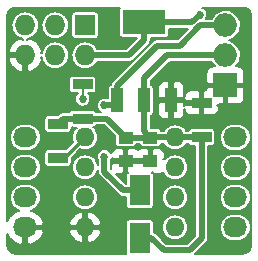
<source format=gbl>
G04 #@! TF.FileFunction,Copper,L2,Bot,Signal*
%FSLAX46Y46*%
G04 Gerber Fmt 4.6, Leading zero omitted, Abs format (unit mm)*
G04 Created by KiCad (PCBNEW 4.0.1-stable) date 26.1.2016 16.01.09*
%MOMM*%
G01*
G04 APERTURE LIST*
%ADD10C,0.100000*%
%ADD11R,1.250000X1.000000*%
%ADD12R,1.800860X2.499360*%
%ADD13O,1.600000X1.600000*%
%ADD14O,2.032000X1.727200*%
%ADD15O,1.998980X1.998980*%
%ADD16R,1.998980X1.998980*%
%ADD17R,1.727200X1.727200*%
%ADD18O,1.727200X1.727200*%
%ADD19R,1.700000X0.900000*%
%ADD20R,3.657600X2.032000*%
%ADD21R,1.016000X2.032000*%
%ADD22C,0.685800*%
%ADD23C,0.500000*%
%ADD24C,0.250000*%
%ADD25C,0.200000*%
G04 APERTURE END LIST*
D10*
D11*
X178245200Y-109227620D03*
X178245200Y-111227620D03*
X176145200Y-109227620D03*
X176145200Y-111227620D03*
D12*
X177347880Y-113708180D03*
X177347880Y-117706140D03*
D13*
X172720000Y-109220000D03*
X172720000Y-111760000D03*
X172720000Y-114300000D03*
X172720000Y-116840000D03*
X180340000Y-116840000D03*
X180340000Y-114300000D03*
X180340000Y-111760000D03*
X180340000Y-109220000D03*
D14*
X167640000Y-109220000D03*
X167640000Y-111760000D03*
X167640000Y-114300000D03*
X167640000Y-116840000D03*
X185420000Y-116840000D03*
X185420000Y-114300000D03*
X185420000Y-111760000D03*
X185420000Y-109220000D03*
D15*
X184597040Y-99738180D03*
D16*
X184597040Y-104818180D03*
D15*
X184597040Y-102278180D03*
D17*
X172720000Y-99720400D03*
D18*
X172720000Y-102260400D03*
X170180000Y-99720400D03*
X170180000Y-102260400D03*
X167640000Y-99720400D03*
X167640000Y-102260400D03*
D19*
X182575200Y-109201880D03*
X182575200Y-106301880D03*
X170421300Y-108074800D03*
X170421300Y-110974800D03*
D20*
X177723800Y-99466400D03*
D21*
X177723800Y-106070400D03*
X175437800Y-106070400D03*
X180009800Y-106070400D03*
D19*
X172499020Y-107632160D03*
X172499020Y-104732160D03*
D22*
X182422800Y-98831400D03*
X174345600Y-106502200D03*
X174345600Y-110845600D03*
X172516800Y-105968800D03*
D23*
X177347880Y-117706140D02*
X178310540Y-117706140D01*
X178310540Y-117706140D02*
X179374800Y-118770400D01*
X179374800Y-118770400D02*
X181559200Y-118770400D01*
X181559200Y-118770400D02*
X182575200Y-117754400D01*
X182575200Y-117754400D02*
X182575200Y-109201880D01*
X177723800Y-99466400D02*
X181787800Y-99466400D01*
X181787800Y-99466400D02*
X182422800Y-98831400D01*
X177723800Y-106070400D02*
X177723800Y-104216200D01*
X177723800Y-104216200D02*
X179661820Y-102278180D01*
X179661820Y-102278180D02*
X183183548Y-102278180D01*
X183183548Y-102278180D02*
X184597040Y-102278180D01*
X177723800Y-99466400D02*
X177723800Y-100982400D01*
X177723800Y-100982400D02*
X176445800Y-102260400D01*
X176445800Y-102260400D02*
X173941314Y-102260400D01*
X173941314Y-102260400D02*
X172720000Y-102260400D01*
X180340000Y-109220000D02*
X182557080Y-109220000D01*
X182557080Y-109220000D02*
X182575200Y-109201880D01*
X177723800Y-106070400D02*
X177723800Y-108706220D01*
X177723800Y-108706220D02*
X178245200Y-109227620D01*
X172499020Y-107632160D02*
X174549740Y-107632160D01*
X174549740Y-107632160D02*
X176145200Y-109227620D01*
X172499020Y-107632160D02*
X170863940Y-107632160D01*
X170863940Y-107632160D02*
X170421300Y-108074800D01*
X178245200Y-109227620D02*
X176145200Y-109227620D01*
X180340000Y-109220000D02*
X178252820Y-109220000D01*
X178252820Y-109220000D02*
X178245200Y-109227620D01*
D24*
X170421300Y-108074800D02*
X170821300Y-108074800D01*
D23*
X174345600Y-112106330D02*
X174345600Y-110845600D01*
X175947450Y-113708180D02*
X174345600Y-112106330D01*
X177347880Y-113708180D02*
X175947450Y-113708180D01*
X174345600Y-106502200D02*
X175006000Y-106502200D01*
X175006000Y-106502200D02*
X175437800Y-106070400D01*
X184597040Y-99738180D02*
X182481220Y-99738180D01*
X182481220Y-99738180D02*
X180771800Y-101447600D01*
X180771800Y-101447600D02*
X178816000Y-101447600D01*
X178816000Y-101447600D02*
X175437800Y-104825800D01*
X175437800Y-104825800D02*
X175437800Y-106070400D01*
D24*
X172720000Y-109220000D02*
X170965200Y-110974800D01*
X170965200Y-110974800D02*
X170421300Y-110974800D01*
D25*
X172499020Y-104732160D02*
X172499020Y-105951020D01*
X172499020Y-105951020D02*
X172516800Y-105968800D01*
G36*
X186239055Y-98234997D02*
X186359904Y-98271483D01*
X186471366Y-98330748D01*
X186569192Y-98410533D01*
X186649661Y-98507804D01*
X186709700Y-98618844D01*
X186747030Y-98739439D01*
X186762040Y-98882246D01*
X186762040Y-118388842D01*
X186747923Y-118532814D01*
X186711437Y-118653664D01*
X186652171Y-118765128D01*
X186572386Y-118862953D01*
X186475120Y-118943418D01*
X186364076Y-119003460D01*
X186243481Y-119040790D01*
X186100673Y-119055800D01*
X182051618Y-119055800D01*
X182964109Y-118143309D01*
X182996350Y-118104057D01*
X183029012Y-118065132D01*
X183030407Y-118062595D01*
X183032241Y-118060362D01*
X183056252Y-118015583D01*
X183080724Y-117971068D01*
X183081598Y-117968314D01*
X183082966Y-117965762D01*
X183097833Y-117917133D01*
X183113181Y-117868751D01*
X183113503Y-117865879D01*
X183114349Y-117863112D01*
X183119488Y-117812525D01*
X183125146Y-117762079D01*
X183125186Y-117756431D01*
X183125197Y-117756320D01*
X183125187Y-117756213D01*
X183125200Y-117754400D01*
X183125200Y-116831877D01*
X184097660Y-116831877D01*
X184118243Y-117058037D01*
X184182361Y-117275892D01*
X184287573Y-117477145D01*
X184429872Y-117654128D01*
X184603836Y-117800102D01*
X184802841Y-117909506D01*
X185019306Y-117978173D01*
X185244986Y-118003487D01*
X185261232Y-118003600D01*
X185578768Y-118003600D01*
X185804779Y-117981439D01*
X186022181Y-117915802D01*
X186222694Y-117809187D01*
X186398680Y-117665657D01*
X186543436Y-117490677D01*
X186651448Y-117290913D01*
X186718602Y-117073974D01*
X186742340Y-116848123D01*
X186721757Y-116621963D01*
X186657639Y-116404108D01*
X186552427Y-116202855D01*
X186410128Y-116025872D01*
X186236164Y-115879898D01*
X186037159Y-115770494D01*
X185820694Y-115701827D01*
X185595014Y-115676513D01*
X185578768Y-115676400D01*
X185261232Y-115676400D01*
X185035221Y-115698561D01*
X184817819Y-115764198D01*
X184617306Y-115870813D01*
X184441320Y-116014343D01*
X184296564Y-116189323D01*
X184188552Y-116389087D01*
X184121398Y-116606026D01*
X184097660Y-116831877D01*
X183125200Y-116831877D01*
X183125200Y-114291877D01*
X184097660Y-114291877D01*
X184118243Y-114518037D01*
X184182361Y-114735892D01*
X184287573Y-114937145D01*
X184429872Y-115114128D01*
X184603836Y-115260102D01*
X184802841Y-115369506D01*
X185019306Y-115438173D01*
X185244986Y-115463487D01*
X185261232Y-115463600D01*
X185578768Y-115463600D01*
X185804779Y-115441439D01*
X186022181Y-115375802D01*
X186222694Y-115269187D01*
X186398680Y-115125657D01*
X186543436Y-114950677D01*
X186651448Y-114750913D01*
X186718602Y-114533974D01*
X186742340Y-114308123D01*
X186721757Y-114081963D01*
X186657639Y-113864108D01*
X186552427Y-113662855D01*
X186410128Y-113485872D01*
X186236164Y-113339898D01*
X186037159Y-113230494D01*
X185820694Y-113161827D01*
X185595014Y-113136513D01*
X185578768Y-113136400D01*
X185261232Y-113136400D01*
X185035221Y-113158561D01*
X184817819Y-113224198D01*
X184617306Y-113330813D01*
X184441320Y-113474343D01*
X184296564Y-113649323D01*
X184188552Y-113849087D01*
X184121398Y-114066026D01*
X184097660Y-114291877D01*
X183125200Y-114291877D01*
X183125200Y-111751877D01*
X184097660Y-111751877D01*
X184118243Y-111978037D01*
X184182361Y-112195892D01*
X184287573Y-112397145D01*
X184429872Y-112574128D01*
X184603836Y-112720102D01*
X184802841Y-112829506D01*
X185019306Y-112898173D01*
X185244986Y-112923487D01*
X185261232Y-112923600D01*
X185578768Y-112923600D01*
X185804779Y-112901439D01*
X186022181Y-112835802D01*
X186222694Y-112729187D01*
X186398680Y-112585657D01*
X186543436Y-112410677D01*
X186651448Y-112210913D01*
X186718602Y-111993974D01*
X186742340Y-111768123D01*
X186721757Y-111541963D01*
X186657639Y-111324108D01*
X186552427Y-111122855D01*
X186410128Y-110945872D01*
X186236164Y-110799898D01*
X186037159Y-110690494D01*
X185820694Y-110621827D01*
X185595014Y-110596513D01*
X185578768Y-110596400D01*
X185261232Y-110596400D01*
X185035221Y-110618561D01*
X184817819Y-110684198D01*
X184617306Y-110790813D01*
X184441320Y-110934343D01*
X184296564Y-111109323D01*
X184188552Y-111309087D01*
X184121398Y-111526026D01*
X184097660Y-111751877D01*
X183125200Y-111751877D01*
X183125200Y-109953331D01*
X183425200Y-109953331D01*
X183472974Y-109949521D01*
X183554003Y-109924428D01*
X183624834Y-109877754D01*
X183679857Y-109813195D01*
X183714716Y-109735862D01*
X183726651Y-109651880D01*
X183726651Y-109211877D01*
X184097660Y-109211877D01*
X184118243Y-109438037D01*
X184182361Y-109655892D01*
X184287573Y-109857145D01*
X184429872Y-110034128D01*
X184603836Y-110180102D01*
X184802841Y-110289506D01*
X185019306Y-110358173D01*
X185244986Y-110383487D01*
X185261232Y-110383600D01*
X185578768Y-110383600D01*
X185804779Y-110361439D01*
X186022181Y-110295802D01*
X186222694Y-110189187D01*
X186398680Y-110045657D01*
X186543436Y-109870677D01*
X186651448Y-109670913D01*
X186718602Y-109453974D01*
X186742340Y-109228123D01*
X186721757Y-109001963D01*
X186657639Y-108784108D01*
X186552427Y-108582855D01*
X186410128Y-108405872D01*
X186236164Y-108259898D01*
X186037159Y-108150494D01*
X185820694Y-108081827D01*
X185595014Y-108056513D01*
X185578768Y-108056400D01*
X185261232Y-108056400D01*
X185035221Y-108078561D01*
X184817819Y-108144198D01*
X184617306Y-108250813D01*
X184441320Y-108394343D01*
X184296564Y-108569323D01*
X184188552Y-108769087D01*
X184121398Y-108986026D01*
X184097660Y-109211877D01*
X183726651Y-109211877D01*
X183726651Y-108751880D01*
X183722841Y-108704106D01*
X183697748Y-108623077D01*
X183651074Y-108552246D01*
X183586515Y-108497223D01*
X183509182Y-108462364D01*
X183425200Y-108450429D01*
X181725200Y-108450429D01*
X181677426Y-108454239D01*
X181596397Y-108479332D01*
X181525566Y-108526006D01*
X181470543Y-108590565D01*
X181435684Y-108667898D01*
X181435385Y-108670000D01*
X181293115Y-108670000D01*
X181265763Y-108617680D01*
X181131242Y-108450370D01*
X180966786Y-108312375D01*
X180778658Y-108208951D01*
X180574025Y-108144038D01*
X180360680Y-108120107D01*
X180345322Y-108120000D01*
X180334678Y-108120000D01*
X180121020Y-108140949D01*
X179915501Y-108202999D01*
X179725947Y-108303787D01*
X179559580Y-108439472D01*
X179422737Y-108604888D01*
X179387531Y-108670000D01*
X179164792Y-108670000D01*
X179142748Y-108598817D01*
X179096074Y-108527986D01*
X179031515Y-108472963D01*
X178954182Y-108438104D01*
X178870200Y-108426169D01*
X178273800Y-108426169D01*
X178273800Y-107384501D01*
X178279574Y-107384041D01*
X178360603Y-107358948D01*
X178431434Y-107312274D01*
X178486457Y-107247715D01*
X178521316Y-107170382D01*
X178533251Y-107086400D01*
X178533251Y-106376400D01*
X178893800Y-106376400D01*
X178893800Y-107146283D01*
X178917165Y-107263747D01*
X178962997Y-107374396D01*
X179029535Y-107473977D01*
X179114222Y-107558664D01*
X179213804Y-107625203D01*
X179324453Y-107671035D01*
X179441917Y-107694400D01*
X179703800Y-107694400D01*
X179855800Y-107542400D01*
X179855800Y-106224400D01*
X180163800Y-106224400D01*
X180163800Y-107542400D01*
X180315800Y-107694400D01*
X180577683Y-107694400D01*
X180695147Y-107671035D01*
X180805796Y-107625203D01*
X180905378Y-107558664D01*
X180990065Y-107473977D01*
X181056603Y-107374396D01*
X181102435Y-107263747D01*
X181125800Y-107146283D01*
X181125800Y-106854998D01*
X181140565Y-106929227D01*
X181186397Y-107039876D01*
X181252936Y-107139458D01*
X181337623Y-107224145D01*
X181437204Y-107290683D01*
X181547853Y-107336515D01*
X181665317Y-107359880D01*
X182269200Y-107359880D01*
X182421200Y-107207880D01*
X182421200Y-106455880D01*
X181269200Y-106455880D01*
X181125800Y-106599280D01*
X181125800Y-106376400D01*
X180973800Y-106224400D01*
X180163800Y-106224400D01*
X179855800Y-106224400D01*
X179045800Y-106224400D01*
X178893800Y-106376400D01*
X178533251Y-106376400D01*
X178533251Y-105054400D01*
X178529441Y-105006626D01*
X178525692Y-104994517D01*
X178893800Y-104994517D01*
X178893800Y-105764400D01*
X179045800Y-105916400D01*
X179855800Y-105916400D01*
X179855800Y-104598400D01*
X180163800Y-104598400D01*
X180163800Y-105916400D01*
X180973800Y-105916400D01*
X181121917Y-105768283D01*
X181117200Y-105791997D01*
X181117200Y-105995880D01*
X181269200Y-106147880D01*
X182421200Y-106147880D01*
X182421200Y-105395880D01*
X182729200Y-105395880D01*
X182729200Y-106147880D01*
X182749200Y-106147880D01*
X182749200Y-106455880D01*
X182729200Y-106455880D01*
X182729200Y-107207880D01*
X182881200Y-107359880D01*
X183485083Y-107359880D01*
X183602547Y-107336515D01*
X183713196Y-107290683D01*
X183812777Y-107224145D01*
X183897464Y-107139458D01*
X183964003Y-107039876D01*
X184009835Y-106929227D01*
X184033200Y-106811763D01*
X184033200Y-106607880D01*
X183881202Y-106455882D01*
X184033200Y-106455882D01*
X184033200Y-106425670D01*
X184291040Y-106425670D01*
X184443040Y-106273670D01*
X184443040Y-104972180D01*
X184751040Y-104972180D01*
X184751040Y-106273670D01*
X184903040Y-106425670D01*
X185656413Y-106425670D01*
X185773877Y-106402305D01*
X185884526Y-106356473D01*
X185984107Y-106289935D01*
X186068794Y-106205248D01*
X186135333Y-106105666D01*
X186181165Y-105995017D01*
X186204530Y-105877553D01*
X186204530Y-105124180D01*
X186052530Y-104972180D01*
X184751040Y-104972180D01*
X184443040Y-104972180D01*
X183141550Y-104972180D01*
X182989550Y-105124180D01*
X182989550Y-105243880D01*
X182881200Y-105243880D01*
X182729200Y-105395880D01*
X182421200Y-105395880D01*
X182269200Y-105243880D01*
X181665317Y-105243880D01*
X181547853Y-105267245D01*
X181437204Y-105313077D01*
X181337623Y-105379615D01*
X181252936Y-105464302D01*
X181186397Y-105563884D01*
X181140565Y-105674533D01*
X181125800Y-105748762D01*
X181125800Y-104994517D01*
X181102435Y-104877053D01*
X181056603Y-104766404D01*
X180990065Y-104666823D01*
X180905378Y-104582136D01*
X180805796Y-104515597D01*
X180695147Y-104469765D01*
X180577683Y-104446400D01*
X180315800Y-104446400D01*
X180163800Y-104598400D01*
X179855800Y-104598400D01*
X179703800Y-104446400D01*
X179441917Y-104446400D01*
X179324453Y-104469765D01*
X179213804Y-104515597D01*
X179114222Y-104582136D01*
X179029535Y-104666823D01*
X178962997Y-104766404D01*
X178917165Y-104877053D01*
X178893800Y-104994517D01*
X178525692Y-104994517D01*
X178504348Y-104925597D01*
X178457674Y-104854766D01*
X178393115Y-104799743D01*
X178315782Y-104764884D01*
X178273800Y-104758918D01*
X178273800Y-104444018D01*
X179889638Y-102828180D01*
X183421398Y-102828180D01*
X183514667Y-103003595D01*
X183674960Y-103200133D01*
X183687721Y-103210690D01*
X183537667Y-103210690D01*
X183420203Y-103234055D01*
X183309554Y-103279887D01*
X183209973Y-103346425D01*
X183125286Y-103431112D01*
X183058747Y-103530694D01*
X183012915Y-103641343D01*
X182989550Y-103758807D01*
X182989550Y-104512180D01*
X183141550Y-104664180D01*
X184443040Y-104664180D01*
X184443040Y-104644180D01*
X184751040Y-104644180D01*
X184751040Y-104664180D01*
X186052530Y-104664180D01*
X186204530Y-104512180D01*
X186204530Y-103758807D01*
X186181165Y-103641343D01*
X186135333Y-103530694D01*
X186068794Y-103431112D01*
X185984107Y-103346425D01*
X185884526Y-103279887D01*
X185773877Y-103234055D01*
X185656413Y-103210690D01*
X185508116Y-103210690D01*
X185669267Y-103018637D01*
X185791447Y-102796392D01*
X185868133Y-102554647D01*
X185896403Y-102302612D01*
X185896530Y-102284468D01*
X185896530Y-102271892D01*
X185871781Y-102019486D01*
X185798478Y-101776695D01*
X185679413Y-101552765D01*
X185519120Y-101356227D01*
X185323706Y-101194566D01*
X185100613Y-101073940D01*
X184886089Y-101007534D01*
X185083838Y-100949334D01*
X185308593Y-100831835D01*
X185506246Y-100672918D01*
X185669267Y-100478637D01*
X185791447Y-100256392D01*
X185868133Y-100014647D01*
X185896403Y-99762612D01*
X185896530Y-99744468D01*
X185896530Y-99731892D01*
X185871781Y-99479486D01*
X185798478Y-99236695D01*
X185679413Y-99012765D01*
X185519120Y-98816227D01*
X185323706Y-98654566D01*
X185100613Y-98533940D01*
X184858339Y-98458944D01*
X184606112Y-98432434D01*
X184353540Y-98455420D01*
X184110242Y-98527026D01*
X183885487Y-98644525D01*
X183687834Y-98803442D01*
X183524813Y-98997723D01*
X183420109Y-99188180D01*
X182957917Y-99188180D01*
X182984503Y-99150492D01*
X183035784Y-99035313D01*
X183063717Y-98912367D01*
X183065728Y-98768360D01*
X183041239Y-98644682D01*
X182993194Y-98528116D01*
X182923423Y-98423102D01*
X182834583Y-98333640D01*
X182730058Y-98263137D01*
X182629534Y-98220881D01*
X186095092Y-98220881D01*
X186239055Y-98234997D01*
X186239055Y-98234997D01*
G37*
X186239055Y-98234997D02*
X186359904Y-98271483D01*
X186471366Y-98330748D01*
X186569192Y-98410533D01*
X186649661Y-98507804D01*
X186709700Y-98618844D01*
X186747030Y-98739439D01*
X186762040Y-98882246D01*
X186762040Y-118388842D01*
X186747923Y-118532814D01*
X186711437Y-118653664D01*
X186652171Y-118765128D01*
X186572386Y-118862953D01*
X186475120Y-118943418D01*
X186364076Y-119003460D01*
X186243481Y-119040790D01*
X186100673Y-119055800D01*
X182051618Y-119055800D01*
X182964109Y-118143309D01*
X182996350Y-118104057D01*
X183029012Y-118065132D01*
X183030407Y-118062595D01*
X183032241Y-118060362D01*
X183056252Y-118015583D01*
X183080724Y-117971068D01*
X183081598Y-117968314D01*
X183082966Y-117965762D01*
X183097833Y-117917133D01*
X183113181Y-117868751D01*
X183113503Y-117865879D01*
X183114349Y-117863112D01*
X183119488Y-117812525D01*
X183125146Y-117762079D01*
X183125186Y-117756431D01*
X183125197Y-117756320D01*
X183125187Y-117756213D01*
X183125200Y-117754400D01*
X183125200Y-116831877D01*
X184097660Y-116831877D01*
X184118243Y-117058037D01*
X184182361Y-117275892D01*
X184287573Y-117477145D01*
X184429872Y-117654128D01*
X184603836Y-117800102D01*
X184802841Y-117909506D01*
X185019306Y-117978173D01*
X185244986Y-118003487D01*
X185261232Y-118003600D01*
X185578768Y-118003600D01*
X185804779Y-117981439D01*
X186022181Y-117915802D01*
X186222694Y-117809187D01*
X186398680Y-117665657D01*
X186543436Y-117490677D01*
X186651448Y-117290913D01*
X186718602Y-117073974D01*
X186742340Y-116848123D01*
X186721757Y-116621963D01*
X186657639Y-116404108D01*
X186552427Y-116202855D01*
X186410128Y-116025872D01*
X186236164Y-115879898D01*
X186037159Y-115770494D01*
X185820694Y-115701827D01*
X185595014Y-115676513D01*
X185578768Y-115676400D01*
X185261232Y-115676400D01*
X185035221Y-115698561D01*
X184817819Y-115764198D01*
X184617306Y-115870813D01*
X184441320Y-116014343D01*
X184296564Y-116189323D01*
X184188552Y-116389087D01*
X184121398Y-116606026D01*
X184097660Y-116831877D01*
X183125200Y-116831877D01*
X183125200Y-114291877D01*
X184097660Y-114291877D01*
X184118243Y-114518037D01*
X184182361Y-114735892D01*
X184287573Y-114937145D01*
X184429872Y-115114128D01*
X184603836Y-115260102D01*
X184802841Y-115369506D01*
X185019306Y-115438173D01*
X185244986Y-115463487D01*
X185261232Y-115463600D01*
X185578768Y-115463600D01*
X185804779Y-115441439D01*
X186022181Y-115375802D01*
X186222694Y-115269187D01*
X186398680Y-115125657D01*
X186543436Y-114950677D01*
X186651448Y-114750913D01*
X186718602Y-114533974D01*
X186742340Y-114308123D01*
X186721757Y-114081963D01*
X186657639Y-113864108D01*
X186552427Y-113662855D01*
X186410128Y-113485872D01*
X186236164Y-113339898D01*
X186037159Y-113230494D01*
X185820694Y-113161827D01*
X185595014Y-113136513D01*
X185578768Y-113136400D01*
X185261232Y-113136400D01*
X185035221Y-113158561D01*
X184817819Y-113224198D01*
X184617306Y-113330813D01*
X184441320Y-113474343D01*
X184296564Y-113649323D01*
X184188552Y-113849087D01*
X184121398Y-114066026D01*
X184097660Y-114291877D01*
X183125200Y-114291877D01*
X183125200Y-111751877D01*
X184097660Y-111751877D01*
X184118243Y-111978037D01*
X184182361Y-112195892D01*
X184287573Y-112397145D01*
X184429872Y-112574128D01*
X184603836Y-112720102D01*
X184802841Y-112829506D01*
X185019306Y-112898173D01*
X185244986Y-112923487D01*
X185261232Y-112923600D01*
X185578768Y-112923600D01*
X185804779Y-112901439D01*
X186022181Y-112835802D01*
X186222694Y-112729187D01*
X186398680Y-112585657D01*
X186543436Y-112410677D01*
X186651448Y-112210913D01*
X186718602Y-111993974D01*
X186742340Y-111768123D01*
X186721757Y-111541963D01*
X186657639Y-111324108D01*
X186552427Y-111122855D01*
X186410128Y-110945872D01*
X186236164Y-110799898D01*
X186037159Y-110690494D01*
X185820694Y-110621827D01*
X185595014Y-110596513D01*
X185578768Y-110596400D01*
X185261232Y-110596400D01*
X185035221Y-110618561D01*
X184817819Y-110684198D01*
X184617306Y-110790813D01*
X184441320Y-110934343D01*
X184296564Y-111109323D01*
X184188552Y-111309087D01*
X184121398Y-111526026D01*
X184097660Y-111751877D01*
X183125200Y-111751877D01*
X183125200Y-109953331D01*
X183425200Y-109953331D01*
X183472974Y-109949521D01*
X183554003Y-109924428D01*
X183624834Y-109877754D01*
X183679857Y-109813195D01*
X183714716Y-109735862D01*
X183726651Y-109651880D01*
X183726651Y-109211877D01*
X184097660Y-109211877D01*
X184118243Y-109438037D01*
X184182361Y-109655892D01*
X184287573Y-109857145D01*
X184429872Y-110034128D01*
X184603836Y-110180102D01*
X184802841Y-110289506D01*
X185019306Y-110358173D01*
X185244986Y-110383487D01*
X185261232Y-110383600D01*
X185578768Y-110383600D01*
X185804779Y-110361439D01*
X186022181Y-110295802D01*
X186222694Y-110189187D01*
X186398680Y-110045657D01*
X186543436Y-109870677D01*
X186651448Y-109670913D01*
X186718602Y-109453974D01*
X186742340Y-109228123D01*
X186721757Y-109001963D01*
X186657639Y-108784108D01*
X186552427Y-108582855D01*
X186410128Y-108405872D01*
X186236164Y-108259898D01*
X186037159Y-108150494D01*
X185820694Y-108081827D01*
X185595014Y-108056513D01*
X185578768Y-108056400D01*
X185261232Y-108056400D01*
X185035221Y-108078561D01*
X184817819Y-108144198D01*
X184617306Y-108250813D01*
X184441320Y-108394343D01*
X184296564Y-108569323D01*
X184188552Y-108769087D01*
X184121398Y-108986026D01*
X184097660Y-109211877D01*
X183726651Y-109211877D01*
X183726651Y-108751880D01*
X183722841Y-108704106D01*
X183697748Y-108623077D01*
X183651074Y-108552246D01*
X183586515Y-108497223D01*
X183509182Y-108462364D01*
X183425200Y-108450429D01*
X181725200Y-108450429D01*
X181677426Y-108454239D01*
X181596397Y-108479332D01*
X181525566Y-108526006D01*
X181470543Y-108590565D01*
X181435684Y-108667898D01*
X181435385Y-108670000D01*
X181293115Y-108670000D01*
X181265763Y-108617680D01*
X181131242Y-108450370D01*
X180966786Y-108312375D01*
X180778658Y-108208951D01*
X180574025Y-108144038D01*
X180360680Y-108120107D01*
X180345322Y-108120000D01*
X180334678Y-108120000D01*
X180121020Y-108140949D01*
X179915501Y-108202999D01*
X179725947Y-108303787D01*
X179559580Y-108439472D01*
X179422737Y-108604888D01*
X179387531Y-108670000D01*
X179164792Y-108670000D01*
X179142748Y-108598817D01*
X179096074Y-108527986D01*
X179031515Y-108472963D01*
X178954182Y-108438104D01*
X178870200Y-108426169D01*
X178273800Y-108426169D01*
X178273800Y-107384501D01*
X178279574Y-107384041D01*
X178360603Y-107358948D01*
X178431434Y-107312274D01*
X178486457Y-107247715D01*
X178521316Y-107170382D01*
X178533251Y-107086400D01*
X178533251Y-106376400D01*
X178893800Y-106376400D01*
X178893800Y-107146283D01*
X178917165Y-107263747D01*
X178962997Y-107374396D01*
X179029535Y-107473977D01*
X179114222Y-107558664D01*
X179213804Y-107625203D01*
X179324453Y-107671035D01*
X179441917Y-107694400D01*
X179703800Y-107694400D01*
X179855800Y-107542400D01*
X179855800Y-106224400D01*
X180163800Y-106224400D01*
X180163800Y-107542400D01*
X180315800Y-107694400D01*
X180577683Y-107694400D01*
X180695147Y-107671035D01*
X180805796Y-107625203D01*
X180905378Y-107558664D01*
X180990065Y-107473977D01*
X181056603Y-107374396D01*
X181102435Y-107263747D01*
X181125800Y-107146283D01*
X181125800Y-106854998D01*
X181140565Y-106929227D01*
X181186397Y-107039876D01*
X181252936Y-107139458D01*
X181337623Y-107224145D01*
X181437204Y-107290683D01*
X181547853Y-107336515D01*
X181665317Y-107359880D01*
X182269200Y-107359880D01*
X182421200Y-107207880D01*
X182421200Y-106455880D01*
X181269200Y-106455880D01*
X181125800Y-106599280D01*
X181125800Y-106376400D01*
X180973800Y-106224400D01*
X180163800Y-106224400D01*
X179855800Y-106224400D01*
X179045800Y-106224400D01*
X178893800Y-106376400D01*
X178533251Y-106376400D01*
X178533251Y-105054400D01*
X178529441Y-105006626D01*
X178525692Y-104994517D01*
X178893800Y-104994517D01*
X178893800Y-105764400D01*
X179045800Y-105916400D01*
X179855800Y-105916400D01*
X179855800Y-104598400D01*
X180163800Y-104598400D01*
X180163800Y-105916400D01*
X180973800Y-105916400D01*
X181121917Y-105768283D01*
X181117200Y-105791997D01*
X181117200Y-105995880D01*
X181269200Y-106147880D01*
X182421200Y-106147880D01*
X182421200Y-105395880D01*
X182729200Y-105395880D01*
X182729200Y-106147880D01*
X182749200Y-106147880D01*
X182749200Y-106455880D01*
X182729200Y-106455880D01*
X182729200Y-107207880D01*
X182881200Y-107359880D01*
X183485083Y-107359880D01*
X183602547Y-107336515D01*
X183713196Y-107290683D01*
X183812777Y-107224145D01*
X183897464Y-107139458D01*
X183964003Y-107039876D01*
X184009835Y-106929227D01*
X184033200Y-106811763D01*
X184033200Y-106607880D01*
X183881202Y-106455882D01*
X184033200Y-106455882D01*
X184033200Y-106425670D01*
X184291040Y-106425670D01*
X184443040Y-106273670D01*
X184443040Y-104972180D01*
X184751040Y-104972180D01*
X184751040Y-106273670D01*
X184903040Y-106425670D01*
X185656413Y-106425670D01*
X185773877Y-106402305D01*
X185884526Y-106356473D01*
X185984107Y-106289935D01*
X186068794Y-106205248D01*
X186135333Y-106105666D01*
X186181165Y-105995017D01*
X186204530Y-105877553D01*
X186204530Y-105124180D01*
X186052530Y-104972180D01*
X184751040Y-104972180D01*
X184443040Y-104972180D01*
X183141550Y-104972180D01*
X182989550Y-105124180D01*
X182989550Y-105243880D01*
X182881200Y-105243880D01*
X182729200Y-105395880D01*
X182421200Y-105395880D01*
X182269200Y-105243880D01*
X181665317Y-105243880D01*
X181547853Y-105267245D01*
X181437204Y-105313077D01*
X181337623Y-105379615D01*
X181252936Y-105464302D01*
X181186397Y-105563884D01*
X181140565Y-105674533D01*
X181125800Y-105748762D01*
X181125800Y-104994517D01*
X181102435Y-104877053D01*
X181056603Y-104766404D01*
X180990065Y-104666823D01*
X180905378Y-104582136D01*
X180805796Y-104515597D01*
X180695147Y-104469765D01*
X180577683Y-104446400D01*
X180315800Y-104446400D01*
X180163800Y-104598400D01*
X179855800Y-104598400D01*
X179703800Y-104446400D01*
X179441917Y-104446400D01*
X179324453Y-104469765D01*
X179213804Y-104515597D01*
X179114222Y-104582136D01*
X179029535Y-104666823D01*
X178962997Y-104766404D01*
X178917165Y-104877053D01*
X178893800Y-104994517D01*
X178525692Y-104994517D01*
X178504348Y-104925597D01*
X178457674Y-104854766D01*
X178393115Y-104799743D01*
X178315782Y-104764884D01*
X178273800Y-104758918D01*
X178273800Y-104444018D01*
X179889638Y-102828180D01*
X183421398Y-102828180D01*
X183514667Y-103003595D01*
X183674960Y-103200133D01*
X183687721Y-103210690D01*
X183537667Y-103210690D01*
X183420203Y-103234055D01*
X183309554Y-103279887D01*
X183209973Y-103346425D01*
X183125286Y-103431112D01*
X183058747Y-103530694D01*
X183012915Y-103641343D01*
X182989550Y-103758807D01*
X182989550Y-104512180D01*
X183141550Y-104664180D01*
X184443040Y-104664180D01*
X184443040Y-104644180D01*
X184751040Y-104644180D01*
X184751040Y-104664180D01*
X186052530Y-104664180D01*
X186204530Y-104512180D01*
X186204530Y-103758807D01*
X186181165Y-103641343D01*
X186135333Y-103530694D01*
X186068794Y-103431112D01*
X185984107Y-103346425D01*
X185884526Y-103279887D01*
X185773877Y-103234055D01*
X185656413Y-103210690D01*
X185508116Y-103210690D01*
X185669267Y-103018637D01*
X185791447Y-102796392D01*
X185868133Y-102554647D01*
X185896403Y-102302612D01*
X185896530Y-102284468D01*
X185896530Y-102271892D01*
X185871781Y-102019486D01*
X185798478Y-101776695D01*
X185679413Y-101552765D01*
X185519120Y-101356227D01*
X185323706Y-101194566D01*
X185100613Y-101073940D01*
X184886089Y-101007534D01*
X185083838Y-100949334D01*
X185308593Y-100831835D01*
X185506246Y-100672918D01*
X185669267Y-100478637D01*
X185791447Y-100256392D01*
X185868133Y-100014647D01*
X185896403Y-99762612D01*
X185896530Y-99744468D01*
X185896530Y-99731892D01*
X185871781Y-99479486D01*
X185798478Y-99236695D01*
X185679413Y-99012765D01*
X185519120Y-98816227D01*
X185323706Y-98654566D01*
X185100613Y-98533940D01*
X184858339Y-98458944D01*
X184606112Y-98432434D01*
X184353540Y-98455420D01*
X184110242Y-98527026D01*
X183885487Y-98644525D01*
X183687834Y-98803442D01*
X183524813Y-98997723D01*
X183420109Y-99188180D01*
X182957917Y-99188180D01*
X182984503Y-99150492D01*
X183035784Y-99035313D01*
X183063717Y-98912367D01*
X183065728Y-98768360D01*
X183041239Y-98644682D01*
X182993194Y-98528116D01*
X182923423Y-98423102D01*
X182834583Y-98333640D01*
X182730058Y-98263137D01*
X182629534Y-98220881D01*
X186095092Y-98220881D01*
X186239055Y-98234997D01*
G36*
X175695366Y-98224526D02*
X175640343Y-98289085D01*
X175605484Y-98366418D01*
X175593549Y-98450400D01*
X175593549Y-100482400D01*
X175597359Y-100530174D01*
X175622452Y-100611203D01*
X175669126Y-100682034D01*
X175733685Y-100737057D01*
X175811018Y-100771916D01*
X175895000Y-100783851D01*
X177144531Y-100783851D01*
X176217982Y-101710400D01*
X173742122Y-101710400D01*
X173689187Y-101610844D01*
X173545657Y-101434858D01*
X173370677Y-101290102D01*
X173170913Y-101182090D01*
X172953974Y-101114936D01*
X172728123Y-101091198D01*
X172501963Y-101111781D01*
X172284108Y-101175899D01*
X172082855Y-101281111D01*
X171905872Y-101423410D01*
X171759898Y-101597374D01*
X171650494Y-101796379D01*
X171581827Y-102012844D01*
X171556513Y-102238524D01*
X171556400Y-102254770D01*
X171556400Y-102266030D01*
X171578561Y-102492041D01*
X171644198Y-102709443D01*
X171750813Y-102909956D01*
X171894343Y-103085942D01*
X172069323Y-103230698D01*
X172269087Y-103338710D01*
X172486026Y-103405864D01*
X172711877Y-103429602D01*
X172938037Y-103409019D01*
X173155892Y-103344901D01*
X173357145Y-103239689D01*
X173534128Y-103097390D01*
X173680102Y-102923426D01*
X173742239Y-102810400D01*
X176445800Y-102810400D01*
X176496362Y-102805442D01*
X176546973Y-102801014D01*
X176549750Y-102800207D01*
X176552629Y-102799925D01*
X176601276Y-102785238D01*
X176650052Y-102771067D01*
X176652619Y-102769736D01*
X176655389Y-102768900D01*
X176700279Y-102745032D01*
X176745352Y-102721668D01*
X176747610Y-102719866D01*
X176750165Y-102718507D01*
X176789575Y-102686365D01*
X176829241Y-102654700D01*
X176833266Y-102650732D01*
X176833349Y-102650664D01*
X176833412Y-102650587D01*
X176834709Y-102649309D01*
X178112709Y-101371309D01*
X178144950Y-101332057D01*
X178177612Y-101293132D01*
X178179007Y-101290595D01*
X178180841Y-101288362D01*
X178204852Y-101243583D01*
X178229324Y-101199068D01*
X178230198Y-101196314D01*
X178231566Y-101193762D01*
X178246433Y-101145133D01*
X178261781Y-101096751D01*
X178262103Y-101093879D01*
X178262949Y-101091112D01*
X178268088Y-101040525D01*
X178273746Y-100990079D01*
X178273786Y-100984431D01*
X178273797Y-100984320D01*
X178273787Y-100984217D01*
X178273800Y-100982400D01*
X178273800Y-100783851D01*
X179552600Y-100783851D01*
X179600374Y-100780041D01*
X179681403Y-100754948D01*
X179752234Y-100708274D01*
X179807257Y-100643715D01*
X179842116Y-100566382D01*
X179854051Y-100482400D01*
X179854051Y-100016400D01*
X181425182Y-100016400D01*
X180543982Y-100897600D01*
X178816000Y-100897600D01*
X178765438Y-100902558D01*
X178714827Y-100906986D01*
X178712050Y-100907793D01*
X178709171Y-100908075D01*
X178660524Y-100922762D01*
X178611748Y-100936933D01*
X178609181Y-100938264D01*
X178606411Y-100939100D01*
X178561521Y-100962968D01*
X178516448Y-100986332D01*
X178514190Y-100988134D01*
X178511635Y-100989493D01*
X178472225Y-101021635D01*
X178432559Y-101053300D01*
X178428534Y-101057268D01*
X178428451Y-101057336D01*
X178428388Y-101057413D01*
X178427091Y-101058691D01*
X175048891Y-104436891D01*
X175016650Y-104476143D01*
X174983988Y-104515068D01*
X174982593Y-104517605D01*
X174980759Y-104519838D01*
X174956748Y-104564617D01*
X174932276Y-104609132D01*
X174931402Y-104611886D01*
X174930034Y-104614438D01*
X174915167Y-104663067D01*
X174899819Y-104711449D01*
X174899497Y-104714321D01*
X174898651Y-104717088D01*
X174894724Y-104755746D01*
X174882026Y-104756759D01*
X174800997Y-104781852D01*
X174730166Y-104828526D01*
X174675143Y-104893085D01*
X174640284Y-104970418D01*
X174628349Y-105054400D01*
X174628349Y-105923634D01*
X174536631Y-105885080D01*
X174413127Y-105859728D01*
X174287050Y-105858848D01*
X174163204Y-105882473D01*
X174046306Y-105929703D01*
X173940807Y-105998739D01*
X173850727Y-106086952D01*
X173779496Y-106190982D01*
X173729828Y-106306866D01*
X173703615Y-106430190D01*
X173701855Y-106556257D01*
X173724614Y-106680265D01*
X173771027Y-106797490D01*
X173839325Y-106903468D01*
X173926907Y-106994162D01*
X174030437Y-107066117D01*
X174067158Y-107082160D01*
X173630488Y-107082160D01*
X173621568Y-107053357D01*
X173574894Y-106982526D01*
X173510335Y-106927503D01*
X173433002Y-106892644D01*
X173349020Y-106880709D01*
X171649020Y-106880709D01*
X171601246Y-106884519D01*
X171520217Y-106909612D01*
X171449386Y-106956286D01*
X171394363Y-107020845D01*
X171366724Y-107082160D01*
X170863940Y-107082160D01*
X170813378Y-107087118D01*
X170762767Y-107091546D01*
X170759990Y-107092353D01*
X170757111Y-107092635D01*
X170708464Y-107107322D01*
X170659688Y-107121493D01*
X170657121Y-107122824D01*
X170654351Y-107123660D01*
X170609461Y-107147528D01*
X170564388Y-107170892D01*
X170562130Y-107172694D01*
X170559575Y-107174053D01*
X170520165Y-107206195D01*
X170480499Y-107237860D01*
X170476478Y-107241825D01*
X170476391Y-107241896D01*
X170476324Y-107241977D01*
X170475031Y-107243252D01*
X170394934Y-107323349D01*
X169571300Y-107323349D01*
X169523526Y-107327159D01*
X169442497Y-107352252D01*
X169371666Y-107398926D01*
X169316643Y-107463485D01*
X169281784Y-107540818D01*
X169269849Y-107624800D01*
X169269849Y-108524800D01*
X169273659Y-108572574D01*
X169298752Y-108653603D01*
X169345426Y-108724434D01*
X169409985Y-108779457D01*
X169487318Y-108814316D01*
X169571300Y-108826251D01*
X171271300Y-108826251D01*
X171319074Y-108822441D01*
X171400103Y-108797348D01*
X171470934Y-108750674D01*
X171525957Y-108686115D01*
X171560816Y-108608782D01*
X171572751Y-108524800D01*
X171572751Y-108372772D01*
X171649020Y-108383611D01*
X172008073Y-108383611D01*
X171939580Y-108439472D01*
X171802737Y-108604888D01*
X171700629Y-108793733D01*
X171637145Y-108998814D01*
X171614705Y-109212321D01*
X171634162Y-109426119D01*
X171694776Y-109632067D01*
X171698936Y-109640024D01*
X171115611Y-110223349D01*
X169571300Y-110223349D01*
X169523526Y-110227159D01*
X169442497Y-110252252D01*
X169371666Y-110298926D01*
X169316643Y-110363485D01*
X169281784Y-110440818D01*
X169269849Y-110524800D01*
X169269849Y-111424800D01*
X169273659Y-111472574D01*
X169298752Y-111553603D01*
X169345426Y-111624434D01*
X169409985Y-111679457D01*
X169487318Y-111714316D01*
X169571300Y-111726251D01*
X171271300Y-111726251D01*
X171319074Y-111722441D01*
X171400103Y-111697348D01*
X171470934Y-111650674D01*
X171525957Y-111586115D01*
X171560816Y-111508782D01*
X171572751Y-111424800D01*
X171572751Y-110968289D01*
X172303092Y-110237948D01*
X172485975Y-110295962D01*
X172699320Y-110319893D01*
X172714678Y-110320000D01*
X172725322Y-110320000D01*
X172938980Y-110299051D01*
X173144499Y-110237001D01*
X173334053Y-110136213D01*
X173500420Y-110000528D01*
X173637263Y-109835112D01*
X173739371Y-109646267D01*
X173802855Y-109441186D01*
X173825295Y-109227679D01*
X173805838Y-109013881D01*
X173745224Y-108807933D01*
X173645763Y-108617680D01*
X173511242Y-108450370D01*
X173418960Y-108372937D01*
X173477823Y-108354708D01*
X173548654Y-108308034D01*
X173603677Y-108243475D01*
X173631316Y-108182160D01*
X174321922Y-108182160D01*
X175218749Y-109078987D01*
X175218749Y-109727620D01*
X175222559Y-109775394D01*
X175247652Y-109856423D01*
X175294326Y-109927254D01*
X175358885Y-109982277D01*
X175436218Y-110017136D01*
X175520200Y-110029071D01*
X176770200Y-110029071D01*
X176817974Y-110025261D01*
X176899003Y-110000168D01*
X176969834Y-109953494D01*
X177024857Y-109888935D01*
X177059716Y-109811602D01*
X177064545Y-109777620D01*
X177323248Y-109777620D01*
X177347652Y-109856423D01*
X177394326Y-109927254D01*
X177458885Y-109982277D01*
X177536218Y-110017136D01*
X177620200Y-110029071D01*
X178870200Y-110029071D01*
X178917974Y-110025261D01*
X178999003Y-110000168D01*
X179069834Y-109953494D01*
X179124857Y-109888935D01*
X179159716Y-109811602D01*
X179165628Y-109770000D01*
X179386885Y-109770000D01*
X179414237Y-109822320D01*
X179548758Y-109989630D01*
X179713214Y-110127625D01*
X179901342Y-110231049D01*
X180105975Y-110295962D01*
X180319320Y-110319893D01*
X180334678Y-110320000D01*
X180345322Y-110320000D01*
X180558980Y-110299051D01*
X180764499Y-110237001D01*
X180954053Y-110136213D01*
X181120420Y-110000528D01*
X181257263Y-109835112D01*
X181292469Y-109770000D01*
X181449344Y-109770000D01*
X181452652Y-109780683D01*
X181499326Y-109851514D01*
X181563885Y-109906537D01*
X181641218Y-109941396D01*
X181725200Y-109953331D01*
X182025200Y-109953331D01*
X182025200Y-117526582D01*
X181331382Y-118220400D01*
X179602618Y-118220400D01*
X178699449Y-117317231D01*
X178660197Y-117284990D01*
X178621272Y-117252328D01*
X178618735Y-117250933D01*
X178616502Y-117249099D01*
X178571723Y-117225088D01*
X178549761Y-117213015D01*
X178549761Y-116832321D01*
X179234705Y-116832321D01*
X179254162Y-117046119D01*
X179314776Y-117252067D01*
X179414237Y-117442320D01*
X179548758Y-117609630D01*
X179713214Y-117747625D01*
X179901342Y-117851049D01*
X180105975Y-117915962D01*
X180319320Y-117939893D01*
X180334678Y-117940000D01*
X180345322Y-117940000D01*
X180558980Y-117919051D01*
X180764499Y-117857001D01*
X180954053Y-117756213D01*
X181120420Y-117620528D01*
X181257263Y-117455112D01*
X181359371Y-117266267D01*
X181422855Y-117061186D01*
X181445295Y-116847679D01*
X181425838Y-116633881D01*
X181365224Y-116427933D01*
X181265763Y-116237680D01*
X181131242Y-116070370D01*
X180966786Y-115932375D01*
X180778658Y-115828951D01*
X180574025Y-115764038D01*
X180360680Y-115740107D01*
X180345322Y-115740000D01*
X180334678Y-115740000D01*
X180121020Y-115760949D01*
X179915501Y-115822999D01*
X179725947Y-115923787D01*
X179559580Y-116059472D01*
X179422737Y-116224888D01*
X179320629Y-116413733D01*
X179257145Y-116618814D01*
X179234705Y-116832321D01*
X178549761Y-116832321D01*
X178549761Y-116456460D01*
X178545951Y-116408686D01*
X178520858Y-116327657D01*
X178474184Y-116256826D01*
X178409625Y-116201803D01*
X178332292Y-116166944D01*
X178248310Y-116155009D01*
X176447450Y-116155009D01*
X176399676Y-116158819D01*
X176318647Y-116183912D01*
X176247816Y-116230586D01*
X176192793Y-116295145D01*
X176157934Y-116372478D01*
X176145999Y-116456460D01*
X176145999Y-118955820D01*
X176149809Y-119003594D01*
X176165976Y-119055800D01*
X166797278Y-119055800D01*
X166653306Y-119041683D01*
X166532456Y-119005197D01*
X166420992Y-118945931D01*
X166323167Y-118866146D01*
X166242702Y-118768880D01*
X166182660Y-118657836D01*
X166145330Y-118537241D01*
X166130320Y-118394433D01*
X166130320Y-117398534D01*
X166150583Y-117454612D01*
X166296178Y-117703642D01*
X166487559Y-117919482D01*
X166717371Y-118093838D01*
X166976782Y-118220010D01*
X167255824Y-118293149D01*
X167486000Y-118159516D01*
X167486000Y-116994000D01*
X167794000Y-116994000D01*
X167794000Y-118159516D01*
X168024176Y-118293149D01*
X168303218Y-118220010D01*
X168562629Y-118093838D01*
X168792441Y-117919482D01*
X168983822Y-117703642D01*
X169129417Y-117454612D01*
X169213811Y-117221049D01*
X169208927Y-117211042D01*
X171361769Y-117211042D01*
X171384527Y-117286085D01*
X171497215Y-117538051D01*
X171656894Y-117763192D01*
X171857427Y-117952855D01*
X172091108Y-118099752D01*
X172348957Y-118198237D01*
X172566000Y-118087559D01*
X172566000Y-116994000D01*
X172874000Y-116994000D01*
X172874000Y-118087559D01*
X173091043Y-118198237D01*
X173348892Y-118099752D01*
X173582573Y-117952855D01*
X173783106Y-117763192D01*
X173942785Y-117538051D01*
X174055473Y-117286085D01*
X174078231Y-117211042D01*
X173966523Y-116994000D01*
X172874000Y-116994000D01*
X172566000Y-116994000D01*
X171473477Y-116994000D01*
X171361769Y-117211042D01*
X169208927Y-117211042D01*
X169102983Y-116994000D01*
X167794000Y-116994000D01*
X167486000Y-116994000D01*
X167466000Y-116994000D01*
X167466000Y-116686000D01*
X167486000Y-116686000D01*
X167486000Y-116666000D01*
X167794000Y-116666000D01*
X167794000Y-116686000D01*
X169102983Y-116686000D01*
X169208926Y-116468958D01*
X171361769Y-116468958D01*
X171473477Y-116686000D01*
X172566000Y-116686000D01*
X172566000Y-115592441D01*
X172874000Y-115592441D01*
X172874000Y-116686000D01*
X173966523Y-116686000D01*
X174078231Y-116468958D01*
X174055473Y-116393915D01*
X173942785Y-116141949D01*
X173783106Y-115916808D01*
X173582573Y-115727145D01*
X173348892Y-115580248D01*
X173091043Y-115481763D01*
X172874000Y-115592441D01*
X172566000Y-115592441D01*
X172348957Y-115481763D01*
X172091108Y-115580248D01*
X171857427Y-115727145D01*
X171656894Y-115916808D01*
X171497215Y-116141949D01*
X171384527Y-116393915D01*
X171361769Y-116468958D01*
X169208926Y-116468958D01*
X169213811Y-116458951D01*
X169129417Y-116225388D01*
X168983822Y-115976358D01*
X168792441Y-115760518D01*
X168562629Y-115586162D01*
X168303218Y-115459990D01*
X168121282Y-115412303D01*
X168242181Y-115375802D01*
X168442694Y-115269187D01*
X168618680Y-115125657D01*
X168763436Y-114950677D01*
X168871448Y-114750913D01*
X168938602Y-114533974D01*
X168962340Y-114308123D01*
X168960902Y-114292321D01*
X171614705Y-114292321D01*
X171634162Y-114506119D01*
X171694776Y-114712067D01*
X171794237Y-114902320D01*
X171928758Y-115069630D01*
X172093214Y-115207625D01*
X172281342Y-115311049D01*
X172485975Y-115375962D01*
X172699320Y-115399893D01*
X172714678Y-115400000D01*
X172725322Y-115400000D01*
X172938980Y-115379051D01*
X173144499Y-115317001D01*
X173334053Y-115216213D01*
X173500420Y-115080528D01*
X173637263Y-114915112D01*
X173739371Y-114726267D01*
X173802855Y-114521186D01*
X173825295Y-114307679D01*
X173805838Y-114093881D01*
X173745224Y-113887933D01*
X173645763Y-113697680D01*
X173511242Y-113530370D01*
X173346786Y-113392375D01*
X173158658Y-113288951D01*
X172954025Y-113224038D01*
X172740680Y-113200107D01*
X172725322Y-113200000D01*
X172714678Y-113200000D01*
X172501020Y-113220949D01*
X172295501Y-113282999D01*
X172105947Y-113383787D01*
X171939580Y-113519472D01*
X171802737Y-113684888D01*
X171700629Y-113873733D01*
X171637145Y-114078814D01*
X171614705Y-114292321D01*
X168960902Y-114292321D01*
X168941757Y-114081963D01*
X168877639Y-113864108D01*
X168772427Y-113662855D01*
X168630128Y-113485872D01*
X168456164Y-113339898D01*
X168257159Y-113230494D01*
X168040694Y-113161827D01*
X167815014Y-113136513D01*
X167798768Y-113136400D01*
X167481232Y-113136400D01*
X167255221Y-113158561D01*
X167037819Y-113224198D01*
X166837306Y-113330813D01*
X166661320Y-113474343D01*
X166516564Y-113649323D01*
X166408552Y-113849087D01*
X166341398Y-114066026D01*
X166317660Y-114291877D01*
X166338243Y-114518037D01*
X166402361Y-114735892D01*
X166507573Y-114937145D01*
X166649872Y-115114128D01*
X166823836Y-115260102D01*
X167022841Y-115369506D01*
X167158190Y-115412442D01*
X166976782Y-115459990D01*
X166717371Y-115586162D01*
X166487559Y-115760518D01*
X166296178Y-115976358D01*
X166150583Y-116225388D01*
X166130320Y-116281466D01*
X166130320Y-111751877D01*
X166317660Y-111751877D01*
X166338243Y-111978037D01*
X166402361Y-112195892D01*
X166507573Y-112397145D01*
X166649872Y-112574128D01*
X166823836Y-112720102D01*
X167022841Y-112829506D01*
X167239306Y-112898173D01*
X167464986Y-112923487D01*
X167481232Y-112923600D01*
X167798768Y-112923600D01*
X168024779Y-112901439D01*
X168242181Y-112835802D01*
X168442694Y-112729187D01*
X168618680Y-112585657D01*
X168763436Y-112410677D01*
X168871448Y-112210913D01*
X168938602Y-111993974D01*
X168962340Y-111768123D01*
X168960902Y-111752321D01*
X171614705Y-111752321D01*
X171634162Y-111966119D01*
X171694776Y-112172067D01*
X171794237Y-112362320D01*
X171928758Y-112529630D01*
X172093214Y-112667625D01*
X172281342Y-112771049D01*
X172485975Y-112835962D01*
X172699320Y-112859893D01*
X172714678Y-112860000D01*
X172725322Y-112860000D01*
X172938980Y-112839051D01*
X173144499Y-112777001D01*
X173334053Y-112676213D01*
X173500420Y-112540528D01*
X173637263Y-112375112D01*
X173739371Y-112186267D01*
X173795600Y-112004623D01*
X173795600Y-112106330D01*
X173800558Y-112156892D01*
X173804986Y-112207503D01*
X173805793Y-112210280D01*
X173806075Y-112213159D01*
X173820762Y-112261806D01*
X173834933Y-112310582D01*
X173836264Y-112313149D01*
X173837100Y-112315919D01*
X173860968Y-112360809D01*
X173884332Y-112405882D01*
X173886134Y-112408140D01*
X173887493Y-112410695D01*
X173919635Y-112450105D01*
X173951300Y-112489771D01*
X173955268Y-112493796D01*
X173955336Y-112493879D01*
X173955413Y-112493942D01*
X173956691Y-112495239D01*
X175558541Y-114097089D01*
X175597793Y-114129330D01*
X175636718Y-114161992D01*
X175639255Y-114163387D01*
X175641488Y-114165221D01*
X175686267Y-114189232D01*
X175730782Y-114213704D01*
X175733536Y-114214578D01*
X175736088Y-114215946D01*
X175784717Y-114230813D01*
X175833099Y-114246161D01*
X175835971Y-114246483D01*
X175838738Y-114247329D01*
X175889325Y-114252468D01*
X175939771Y-114258126D01*
X175945419Y-114258166D01*
X175945530Y-114258177D01*
X175945633Y-114258167D01*
X175947450Y-114258180D01*
X176145999Y-114258180D01*
X176145999Y-114957860D01*
X176149809Y-115005634D01*
X176174902Y-115086663D01*
X176221576Y-115157494D01*
X176286135Y-115212517D01*
X176363468Y-115247376D01*
X176447450Y-115259311D01*
X178248310Y-115259311D01*
X178296084Y-115255501D01*
X178377113Y-115230408D01*
X178447944Y-115183734D01*
X178502967Y-115119175D01*
X178537826Y-115041842D01*
X178549761Y-114957860D01*
X178549761Y-114292321D01*
X179234705Y-114292321D01*
X179254162Y-114506119D01*
X179314776Y-114712067D01*
X179414237Y-114902320D01*
X179548758Y-115069630D01*
X179713214Y-115207625D01*
X179901342Y-115311049D01*
X180105975Y-115375962D01*
X180319320Y-115399893D01*
X180334678Y-115400000D01*
X180345322Y-115400000D01*
X180558980Y-115379051D01*
X180764499Y-115317001D01*
X180954053Y-115216213D01*
X181120420Y-115080528D01*
X181257263Y-114915112D01*
X181359371Y-114726267D01*
X181422855Y-114521186D01*
X181445295Y-114307679D01*
X181425838Y-114093881D01*
X181365224Y-113887933D01*
X181265763Y-113697680D01*
X181131242Y-113530370D01*
X180966786Y-113392375D01*
X180778658Y-113288951D01*
X180574025Y-113224038D01*
X180360680Y-113200107D01*
X180345322Y-113200000D01*
X180334678Y-113200000D01*
X180121020Y-113220949D01*
X179915501Y-113282999D01*
X179725947Y-113383787D01*
X179559580Y-113519472D01*
X179422737Y-113684888D01*
X179320629Y-113873733D01*
X179257145Y-114078814D01*
X179234705Y-114292321D01*
X178549761Y-114292321D01*
X178549761Y-112458500D01*
X178545951Y-112410726D01*
X178520858Y-112329697D01*
X178474184Y-112258866D01*
X178409625Y-112203843D01*
X178399202Y-112199145D01*
X178399202Y-112183622D01*
X178551200Y-112335620D01*
X178930083Y-112335620D01*
X179047547Y-112312255D01*
X179158196Y-112266423D01*
X179257777Y-112199885D01*
X179308140Y-112149522D01*
X179314776Y-112172067D01*
X179414237Y-112362320D01*
X179548758Y-112529630D01*
X179713214Y-112667625D01*
X179901342Y-112771049D01*
X180105975Y-112835962D01*
X180319320Y-112859893D01*
X180334678Y-112860000D01*
X180345322Y-112860000D01*
X180558980Y-112839051D01*
X180764499Y-112777001D01*
X180954053Y-112676213D01*
X181120420Y-112540528D01*
X181257263Y-112375112D01*
X181359371Y-112186267D01*
X181422855Y-111981186D01*
X181445295Y-111767679D01*
X181425838Y-111553881D01*
X181365224Y-111347933D01*
X181265763Y-111157680D01*
X181131242Y-110990370D01*
X180966786Y-110852375D01*
X180778658Y-110748951D01*
X180574025Y-110684038D01*
X180360680Y-110660107D01*
X180345322Y-110660000D01*
X180334678Y-110660000D01*
X180121020Y-110680949D01*
X179915501Y-110742999D01*
X179725947Y-110843787D01*
X179559580Y-110979472D01*
X179478200Y-111077844D01*
X179478200Y-111073618D01*
X179326202Y-111073618D01*
X179478200Y-110921620D01*
X179478200Y-110667737D01*
X179454835Y-110550273D01*
X179409003Y-110439624D01*
X179342464Y-110340042D01*
X179257777Y-110255355D01*
X179158196Y-110188817D01*
X179047547Y-110142985D01*
X178930083Y-110119620D01*
X178551200Y-110119620D01*
X178399200Y-110271620D01*
X178399200Y-111073620D01*
X178419200Y-111073620D01*
X178419200Y-111381620D01*
X178399200Y-111381620D01*
X178399200Y-111401620D01*
X178091200Y-111401620D01*
X178091200Y-111381620D01*
X176299200Y-111381620D01*
X176299200Y-112183620D01*
X176308330Y-112192750D01*
X176247816Y-112232626D01*
X176192793Y-112297185D01*
X176157934Y-112374518D01*
X176145999Y-112458500D01*
X176145999Y-113128911D01*
X175319790Y-112302702D01*
X175342853Y-112312255D01*
X175460317Y-112335620D01*
X175839200Y-112335620D01*
X175991200Y-112183620D01*
X175991200Y-111381620D01*
X175064200Y-111381620D01*
X174912200Y-111533620D01*
X174912200Y-111787503D01*
X174935565Y-111904967D01*
X174945118Y-111928030D01*
X174895600Y-111878512D01*
X174895600Y-111181282D01*
X174907303Y-111164692D01*
X174958584Y-111049513D01*
X174973674Y-110983094D01*
X175064200Y-111073620D01*
X175991200Y-111073620D01*
X175991200Y-110271620D01*
X176299200Y-110271620D01*
X176299200Y-111073620D01*
X178091200Y-111073620D01*
X178091200Y-110271620D01*
X177939200Y-110119620D01*
X177560317Y-110119620D01*
X177442853Y-110142985D01*
X177332204Y-110188817D01*
X177232623Y-110255355D01*
X177195200Y-110292778D01*
X177157777Y-110255355D01*
X177058196Y-110188817D01*
X176947547Y-110142985D01*
X176830083Y-110119620D01*
X176451200Y-110119620D01*
X176299200Y-110271620D01*
X175991200Y-110271620D01*
X175839200Y-110119620D01*
X175460317Y-110119620D01*
X175342853Y-110142985D01*
X175232204Y-110188817D01*
X175132623Y-110255355D01*
X175047936Y-110340042D01*
X174981397Y-110439624D01*
X174935565Y-110550273D01*
X174930262Y-110576933D01*
X174915994Y-110542316D01*
X174846223Y-110437302D01*
X174757383Y-110347840D01*
X174652858Y-110277337D01*
X174536631Y-110228480D01*
X174413127Y-110203128D01*
X174287050Y-110202248D01*
X174163204Y-110225873D01*
X174046306Y-110273103D01*
X173940807Y-110342139D01*
X173850727Y-110430352D01*
X173779496Y-110534382D01*
X173729828Y-110650266D01*
X173703615Y-110773590D01*
X173701855Y-110899657D01*
X173724614Y-111023665D01*
X173771027Y-111140890D01*
X173795600Y-111179020D01*
X173795600Y-111519095D01*
X173745224Y-111347933D01*
X173645763Y-111157680D01*
X173511242Y-110990370D01*
X173346786Y-110852375D01*
X173158658Y-110748951D01*
X172954025Y-110684038D01*
X172740680Y-110660107D01*
X172725322Y-110660000D01*
X172714678Y-110660000D01*
X172501020Y-110680949D01*
X172295501Y-110742999D01*
X172105947Y-110843787D01*
X171939580Y-110979472D01*
X171802737Y-111144888D01*
X171700629Y-111333733D01*
X171637145Y-111538814D01*
X171614705Y-111752321D01*
X168960902Y-111752321D01*
X168941757Y-111541963D01*
X168877639Y-111324108D01*
X168772427Y-111122855D01*
X168630128Y-110945872D01*
X168456164Y-110799898D01*
X168257159Y-110690494D01*
X168040694Y-110621827D01*
X167815014Y-110596513D01*
X167798768Y-110596400D01*
X167481232Y-110596400D01*
X167255221Y-110618561D01*
X167037819Y-110684198D01*
X166837306Y-110790813D01*
X166661320Y-110934343D01*
X166516564Y-111109323D01*
X166408552Y-111309087D01*
X166341398Y-111526026D01*
X166317660Y-111751877D01*
X166130320Y-111751877D01*
X166130320Y-109211877D01*
X166317660Y-109211877D01*
X166338243Y-109438037D01*
X166402361Y-109655892D01*
X166507573Y-109857145D01*
X166649872Y-110034128D01*
X166823836Y-110180102D01*
X167022841Y-110289506D01*
X167239306Y-110358173D01*
X167464986Y-110383487D01*
X167481232Y-110383600D01*
X167798768Y-110383600D01*
X168024779Y-110361439D01*
X168242181Y-110295802D01*
X168442694Y-110189187D01*
X168618680Y-110045657D01*
X168763436Y-109870677D01*
X168871448Y-109670913D01*
X168938602Y-109453974D01*
X168962340Y-109228123D01*
X168941757Y-109001963D01*
X168877639Y-108784108D01*
X168772427Y-108582855D01*
X168630128Y-108405872D01*
X168456164Y-108259898D01*
X168257159Y-108150494D01*
X168040694Y-108081827D01*
X167815014Y-108056513D01*
X167798768Y-108056400D01*
X167481232Y-108056400D01*
X167255221Y-108078561D01*
X167037819Y-108144198D01*
X166837306Y-108250813D01*
X166661320Y-108394343D01*
X166516564Y-108569323D01*
X166408552Y-108769087D01*
X166341398Y-108986026D01*
X166317660Y-109211877D01*
X166130320Y-109211877D01*
X166130320Y-104282160D01*
X171347569Y-104282160D01*
X171347569Y-105182160D01*
X171351379Y-105229934D01*
X171376472Y-105310963D01*
X171423146Y-105381794D01*
X171487705Y-105436817D01*
X171565038Y-105471676D01*
X171649020Y-105483611D01*
X172093348Y-105483611D01*
X172021927Y-105553552D01*
X171950696Y-105657582D01*
X171901028Y-105773466D01*
X171874815Y-105896790D01*
X171873055Y-106022857D01*
X171895814Y-106146865D01*
X171942227Y-106264090D01*
X172010525Y-106370068D01*
X172098107Y-106460762D01*
X172201637Y-106532717D01*
X172317172Y-106583193D01*
X172440310Y-106610267D01*
X172566361Y-106612907D01*
X172690525Y-106591014D01*
X172808072Y-106545420D01*
X172914524Y-106477864D01*
X173005827Y-106390917D01*
X173078503Y-106287892D01*
X173129784Y-106172713D01*
X173157717Y-106049767D01*
X173159728Y-105905760D01*
X173135239Y-105782082D01*
X173087194Y-105665516D01*
X173017423Y-105560502D01*
X172941067Y-105483611D01*
X173349020Y-105483611D01*
X173396794Y-105479801D01*
X173477823Y-105454708D01*
X173548654Y-105408034D01*
X173603677Y-105343475D01*
X173638536Y-105266142D01*
X173650471Y-105182160D01*
X173650471Y-104282160D01*
X173646661Y-104234386D01*
X173621568Y-104153357D01*
X173574894Y-104082526D01*
X173510335Y-104027503D01*
X173433002Y-103992644D01*
X173349020Y-103980709D01*
X171649020Y-103980709D01*
X171601246Y-103984519D01*
X171520217Y-104009612D01*
X171449386Y-104056286D01*
X171394363Y-104120845D01*
X171359504Y-104198178D01*
X171347569Y-104282160D01*
X166130320Y-104282160D01*
X166130320Y-102641450D01*
X166218583Y-102641450D01*
X166320234Y-102911433D01*
X166472603Y-103156397D01*
X166669835Y-103366929D01*
X166904350Y-103534937D01*
X167167135Y-103653965D01*
X167258951Y-103681811D01*
X167486000Y-103570983D01*
X167486000Y-102414400D01*
X166328474Y-102414400D01*
X166218583Y-102641450D01*
X166130320Y-102641450D01*
X166130320Y-101879350D01*
X166218583Y-101879350D01*
X166328474Y-102106400D01*
X167486000Y-102106400D01*
X167486000Y-102086400D01*
X167794000Y-102086400D01*
X167794000Y-102106400D01*
X167814000Y-102106400D01*
X167814000Y-102414400D01*
X167794000Y-102414400D01*
X167794000Y-103570983D01*
X168021049Y-103681811D01*
X168112865Y-103653965D01*
X168375650Y-103534937D01*
X168610165Y-103366929D01*
X168807397Y-103156397D01*
X168959766Y-102911433D01*
X169061417Y-102641450D01*
X168951527Y-102414402D01*
X169030948Y-102414402D01*
X169038561Y-102492041D01*
X169104198Y-102709443D01*
X169210813Y-102909956D01*
X169354343Y-103085942D01*
X169529323Y-103230698D01*
X169729087Y-103338710D01*
X169946026Y-103405864D01*
X170171877Y-103429602D01*
X170398037Y-103409019D01*
X170615892Y-103344901D01*
X170817145Y-103239689D01*
X170994128Y-103097390D01*
X171140102Y-102923426D01*
X171249506Y-102724421D01*
X171318173Y-102507956D01*
X171343487Y-102282276D01*
X171343600Y-102266030D01*
X171343600Y-102254770D01*
X171321439Y-102028759D01*
X171255802Y-101811357D01*
X171149187Y-101610844D01*
X171005657Y-101434858D01*
X170830677Y-101290102D01*
X170630913Y-101182090D01*
X170413974Y-101114936D01*
X170188123Y-101091198D01*
X169961963Y-101111781D01*
X169744108Y-101175899D01*
X169542855Y-101281111D01*
X169365872Y-101423410D01*
X169219898Y-101597374D01*
X169110494Y-101796379D01*
X169041827Y-102012844D01*
X169031333Y-102106398D01*
X168951527Y-102106398D01*
X169061417Y-101879350D01*
X168959766Y-101609367D01*
X168807397Y-101364403D01*
X168610165Y-101153871D01*
X168375650Y-100985863D01*
X168112865Y-100866835D01*
X168021049Y-100838989D01*
X167794002Y-100949816D01*
X167794002Y-100874847D01*
X167858037Y-100869019D01*
X168075892Y-100804901D01*
X168277145Y-100699689D01*
X168454128Y-100557390D01*
X168600102Y-100383426D01*
X168709506Y-100184421D01*
X168778173Y-99967956D01*
X168803487Y-99742276D01*
X168803600Y-99726030D01*
X168803600Y-99714770D01*
X169016400Y-99714770D01*
X169016400Y-99726030D01*
X169038561Y-99952041D01*
X169104198Y-100169443D01*
X169210813Y-100369956D01*
X169354343Y-100545942D01*
X169529323Y-100690698D01*
X169729087Y-100798710D01*
X169946026Y-100865864D01*
X170171877Y-100889602D01*
X170398037Y-100869019D01*
X170615892Y-100804901D01*
X170817145Y-100699689D01*
X170994128Y-100557390D01*
X171140102Y-100383426D01*
X171249506Y-100184421D01*
X171318173Y-99967956D01*
X171343487Y-99742276D01*
X171343600Y-99726030D01*
X171343600Y-99714770D01*
X171321439Y-99488759D01*
X171255802Y-99271357D01*
X171149187Y-99070844D01*
X171005657Y-98894858D01*
X170959653Y-98856800D01*
X171554949Y-98856800D01*
X171554949Y-100584000D01*
X171558759Y-100631774D01*
X171583852Y-100712803D01*
X171630526Y-100783634D01*
X171695085Y-100838657D01*
X171772418Y-100873516D01*
X171856400Y-100885451D01*
X173583600Y-100885451D01*
X173631374Y-100881641D01*
X173712403Y-100856548D01*
X173783234Y-100809874D01*
X173838257Y-100745315D01*
X173873116Y-100667982D01*
X173885051Y-100584000D01*
X173885051Y-98856800D01*
X173881241Y-98809026D01*
X173856148Y-98727997D01*
X173809474Y-98657166D01*
X173744915Y-98602143D01*
X173667582Y-98567284D01*
X173583600Y-98555349D01*
X171856400Y-98555349D01*
X171808626Y-98559159D01*
X171727597Y-98584252D01*
X171656766Y-98630926D01*
X171601743Y-98695485D01*
X171566884Y-98772818D01*
X171554949Y-98856800D01*
X170959653Y-98856800D01*
X170830677Y-98750102D01*
X170630913Y-98642090D01*
X170413974Y-98574936D01*
X170188123Y-98551198D01*
X169961963Y-98571781D01*
X169744108Y-98635899D01*
X169542855Y-98741111D01*
X169365872Y-98883410D01*
X169219898Y-99057374D01*
X169110494Y-99256379D01*
X169041827Y-99472844D01*
X169016513Y-99698524D01*
X169016400Y-99714770D01*
X168803600Y-99714770D01*
X168781439Y-99488759D01*
X168715802Y-99271357D01*
X168609187Y-99070844D01*
X168465657Y-98894858D01*
X168290677Y-98750102D01*
X168090913Y-98642090D01*
X167873974Y-98574936D01*
X167648123Y-98551198D01*
X167421963Y-98571781D01*
X167204108Y-98635899D01*
X167002855Y-98741111D01*
X166825872Y-98883410D01*
X166679898Y-99057374D01*
X166570494Y-99256379D01*
X166501827Y-99472844D01*
X166476513Y-99698524D01*
X166476400Y-99714770D01*
X166476400Y-99726030D01*
X166498561Y-99952041D01*
X166564198Y-100169443D01*
X166670813Y-100369956D01*
X166814343Y-100545942D01*
X166989323Y-100690698D01*
X167189087Y-100798710D01*
X167406026Y-100865864D01*
X167485998Y-100874269D01*
X167485998Y-100949816D01*
X167258951Y-100838989D01*
X167167135Y-100866835D01*
X166904350Y-100985863D01*
X166669835Y-101153871D01*
X166472603Y-101364403D01*
X166320234Y-101609367D01*
X166218583Y-101879350D01*
X166130320Y-101879350D01*
X166130320Y-98887839D01*
X166144437Y-98743865D01*
X166180923Y-98623016D01*
X166240188Y-98511554D01*
X166319973Y-98413728D01*
X166417244Y-98333259D01*
X166528284Y-98273220D01*
X166648879Y-98235890D01*
X166791677Y-98220881D01*
X175700898Y-98220881D01*
X175695366Y-98224526D01*
X175695366Y-98224526D01*
G37*
X175695366Y-98224526D02*
X175640343Y-98289085D01*
X175605484Y-98366418D01*
X175593549Y-98450400D01*
X175593549Y-100482400D01*
X175597359Y-100530174D01*
X175622452Y-100611203D01*
X175669126Y-100682034D01*
X175733685Y-100737057D01*
X175811018Y-100771916D01*
X175895000Y-100783851D01*
X177144531Y-100783851D01*
X176217982Y-101710400D01*
X173742122Y-101710400D01*
X173689187Y-101610844D01*
X173545657Y-101434858D01*
X173370677Y-101290102D01*
X173170913Y-101182090D01*
X172953974Y-101114936D01*
X172728123Y-101091198D01*
X172501963Y-101111781D01*
X172284108Y-101175899D01*
X172082855Y-101281111D01*
X171905872Y-101423410D01*
X171759898Y-101597374D01*
X171650494Y-101796379D01*
X171581827Y-102012844D01*
X171556513Y-102238524D01*
X171556400Y-102254770D01*
X171556400Y-102266030D01*
X171578561Y-102492041D01*
X171644198Y-102709443D01*
X171750813Y-102909956D01*
X171894343Y-103085942D01*
X172069323Y-103230698D01*
X172269087Y-103338710D01*
X172486026Y-103405864D01*
X172711877Y-103429602D01*
X172938037Y-103409019D01*
X173155892Y-103344901D01*
X173357145Y-103239689D01*
X173534128Y-103097390D01*
X173680102Y-102923426D01*
X173742239Y-102810400D01*
X176445800Y-102810400D01*
X176496362Y-102805442D01*
X176546973Y-102801014D01*
X176549750Y-102800207D01*
X176552629Y-102799925D01*
X176601276Y-102785238D01*
X176650052Y-102771067D01*
X176652619Y-102769736D01*
X176655389Y-102768900D01*
X176700279Y-102745032D01*
X176745352Y-102721668D01*
X176747610Y-102719866D01*
X176750165Y-102718507D01*
X176789575Y-102686365D01*
X176829241Y-102654700D01*
X176833266Y-102650732D01*
X176833349Y-102650664D01*
X176833412Y-102650587D01*
X176834709Y-102649309D01*
X178112709Y-101371309D01*
X178144950Y-101332057D01*
X178177612Y-101293132D01*
X178179007Y-101290595D01*
X178180841Y-101288362D01*
X178204852Y-101243583D01*
X178229324Y-101199068D01*
X178230198Y-101196314D01*
X178231566Y-101193762D01*
X178246433Y-101145133D01*
X178261781Y-101096751D01*
X178262103Y-101093879D01*
X178262949Y-101091112D01*
X178268088Y-101040525D01*
X178273746Y-100990079D01*
X178273786Y-100984431D01*
X178273797Y-100984320D01*
X178273787Y-100984217D01*
X178273800Y-100982400D01*
X178273800Y-100783851D01*
X179552600Y-100783851D01*
X179600374Y-100780041D01*
X179681403Y-100754948D01*
X179752234Y-100708274D01*
X179807257Y-100643715D01*
X179842116Y-100566382D01*
X179854051Y-100482400D01*
X179854051Y-100016400D01*
X181425182Y-100016400D01*
X180543982Y-100897600D01*
X178816000Y-100897600D01*
X178765438Y-100902558D01*
X178714827Y-100906986D01*
X178712050Y-100907793D01*
X178709171Y-100908075D01*
X178660524Y-100922762D01*
X178611748Y-100936933D01*
X178609181Y-100938264D01*
X178606411Y-100939100D01*
X178561521Y-100962968D01*
X178516448Y-100986332D01*
X178514190Y-100988134D01*
X178511635Y-100989493D01*
X178472225Y-101021635D01*
X178432559Y-101053300D01*
X178428534Y-101057268D01*
X178428451Y-101057336D01*
X178428388Y-101057413D01*
X178427091Y-101058691D01*
X175048891Y-104436891D01*
X175016650Y-104476143D01*
X174983988Y-104515068D01*
X174982593Y-104517605D01*
X174980759Y-104519838D01*
X174956748Y-104564617D01*
X174932276Y-104609132D01*
X174931402Y-104611886D01*
X174930034Y-104614438D01*
X174915167Y-104663067D01*
X174899819Y-104711449D01*
X174899497Y-104714321D01*
X174898651Y-104717088D01*
X174894724Y-104755746D01*
X174882026Y-104756759D01*
X174800997Y-104781852D01*
X174730166Y-104828526D01*
X174675143Y-104893085D01*
X174640284Y-104970418D01*
X174628349Y-105054400D01*
X174628349Y-105923634D01*
X174536631Y-105885080D01*
X174413127Y-105859728D01*
X174287050Y-105858848D01*
X174163204Y-105882473D01*
X174046306Y-105929703D01*
X173940807Y-105998739D01*
X173850727Y-106086952D01*
X173779496Y-106190982D01*
X173729828Y-106306866D01*
X173703615Y-106430190D01*
X173701855Y-106556257D01*
X173724614Y-106680265D01*
X173771027Y-106797490D01*
X173839325Y-106903468D01*
X173926907Y-106994162D01*
X174030437Y-107066117D01*
X174067158Y-107082160D01*
X173630488Y-107082160D01*
X173621568Y-107053357D01*
X173574894Y-106982526D01*
X173510335Y-106927503D01*
X173433002Y-106892644D01*
X173349020Y-106880709D01*
X171649020Y-106880709D01*
X171601246Y-106884519D01*
X171520217Y-106909612D01*
X171449386Y-106956286D01*
X171394363Y-107020845D01*
X171366724Y-107082160D01*
X170863940Y-107082160D01*
X170813378Y-107087118D01*
X170762767Y-107091546D01*
X170759990Y-107092353D01*
X170757111Y-107092635D01*
X170708464Y-107107322D01*
X170659688Y-107121493D01*
X170657121Y-107122824D01*
X170654351Y-107123660D01*
X170609461Y-107147528D01*
X170564388Y-107170892D01*
X170562130Y-107172694D01*
X170559575Y-107174053D01*
X170520165Y-107206195D01*
X170480499Y-107237860D01*
X170476478Y-107241825D01*
X170476391Y-107241896D01*
X170476324Y-107241977D01*
X170475031Y-107243252D01*
X170394934Y-107323349D01*
X169571300Y-107323349D01*
X169523526Y-107327159D01*
X169442497Y-107352252D01*
X169371666Y-107398926D01*
X169316643Y-107463485D01*
X169281784Y-107540818D01*
X169269849Y-107624800D01*
X169269849Y-108524800D01*
X169273659Y-108572574D01*
X169298752Y-108653603D01*
X169345426Y-108724434D01*
X169409985Y-108779457D01*
X169487318Y-108814316D01*
X169571300Y-108826251D01*
X171271300Y-108826251D01*
X171319074Y-108822441D01*
X171400103Y-108797348D01*
X171470934Y-108750674D01*
X171525957Y-108686115D01*
X171560816Y-108608782D01*
X171572751Y-108524800D01*
X171572751Y-108372772D01*
X171649020Y-108383611D01*
X172008073Y-108383611D01*
X171939580Y-108439472D01*
X171802737Y-108604888D01*
X171700629Y-108793733D01*
X171637145Y-108998814D01*
X171614705Y-109212321D01*
X171634162Y-109426119D01*
X171694776Y-109632067D01*
X171698936Y-109640024D01*
X171115611Y-110223349D01*
X169571300Y-110223349D01*
X169523526Y-110227159D01*
X169442497Y-110252252D01*
X169371666Y-110298926D01*
X169316643Y-110363485D01*
X169281784Y-110440818D01*
X169269849Y-110524800D01*
X169269849Y-111424800D01*
X169273659Y-111472574D01*
X169298752Y-111553603D01*
X169345426Y-111624434D01*
X169409985Y-111679457D01*
X169487318Y-111714316D01*
X169571300Y-111726251D01*
X171271300Y-111726251D01*
X171319074Y-111722441D01*
X171400103Y-111697348D01*
X171470934Y-111650674D01*
X171525957Y-111586115D01*
X171560816Y-111508782D01*
X171572751Y-111424800D01*
X171572751Y-110968289D01*
X172303092Y-110237948D01*
X172485975Y-110295962D01*
X172699320Y-110319893D01*
X172714678Y-110320000D01*
X172725322Y-110320000D01*
X172938980Y-110299051D01*
X173144499Y-110237001D01*
X173334053Y-110136213D01*
X173500420Y-110000528D01*
X173637263Y-109835112D01*
X173739371Y-109646267D01*
X173802855Y-109441186D01*
X173825295Y-109227679D01*
X173805838Y-109013881D01*
X173745224Y-108807933D01*
X173645763Y-108617680D01*
X173511242Y-108450370D01*
X173418960Y-108372937D01*
X173477823Y-108354708D01*
X173548654Y-108308034D01*
X173603677Y-108243475D01*
X173631316Y-108182160D01*
X174321922Y-108182160D01*
X175218749Y-109078987D01*
X175218749Y-109727620D01*
X175222559Y-109775394D01*
X175247652Y-109856423D01*
X175294326Y-109927254D01*
X175358885Y-109982277D01*
X175436218Y-110017136D01*
X175520200Y-110029071D01*
X176770200Y-110029071D01*
X176817974Y-110025261D01*
X176899003Y-110000168D01*
X176969834Y-109953494D01*
X177024857Y-109888935D01*
X177059716Y-109811602D01*
X177064545Y-109777620D01*
X177323248Y-109777620D01*
X177347652Y-109856423D01*
X177394326Y-109927254D01*
X177458885Y-109982277D01*
X177536218Y-110017136D01*
X177620200Y-110029071D01*
X178870200Y-110029071D01*
X178917974Y-110025261D01*
X178999003Y-110000168D01*
X179069834Y-109953494D01*
X179124857Y-109888935D01*
X179159716Y-109811602D01*
X179165628Y-109770000D01*
X179386885Y-109770000D01*
X179414237Y-109822320D01*
X179548758Y-109989630D01*
X179713214Y-110127625D01*
X179901342Y-110231049D01*
X180105975Y-110295962D01*
X180319320Y-110319893D01*
X180334678Y-110320000D01*
X180345322Y-110320000D01*
X180558980Y-110299051D01*
X180764499Y-110237001D01*
X180954053Y-110136213D01*
X181120420Y-110000528D01*
X181257263Y-109835112D01*
X181292469Y-109770000D01*
X181449344Y-109770000D01*
X181452652Y-109780683D01*
X181499326Y-109851514D01*
X181563885Y-109906537D01*
X181641218Y-109941396D01*
X181725200Y-109953331D01*
X182025200Y-109953331D01*
X182025200Y-117526582D01*
X181331382Y-118220400D01*
X179602618Y-118220400D01*
X178699449Y-117317231D01*
X178660197Y-117284990D01*
X178621272Y-117252328D01*
X178618735Y-117250933D01*
X178616502Y-117249099D01*
X178571723Y-117225088D01*
X178549761Y-117213015D01*
X178549761Y-116832321D01*
X179234705Y-116832321D01*
X179254162Y-117046119D01*
X179314776Y-117252067D01*
X179414237Y-117442320D01*
X179548758Y-117609630D01*
X179713214Y-117747625D01*
X179901342Y-117851049D01*
X180105975Y-117915962D01*
X180319320Y-117939893D01*
X180334678Y-117940000D01*
X180345322Y-117940000D01*
X180558980Y-117919051D01*
X180764499Y-117857001D01*
X180954053Y-117756213D01*
X181120420Y-117620528D01*
X181257263Y-117455112D01*
X181359371Y-117266267D01*
X181422855Y-117061186D01*
X181445295Y-116847679D01*
X181425838Y-116633881D01*
X181365224Y-116427933D01*
X181265763Y-116237680D01*
X181131242Y-116070370D01*
X180966786Y-115932375D01*
X180778658Y-115828951D01*
X180574025Y-115764038D01*
X180360680Y-115740107D01*
X180345322Y-115740000D01*
X180334678Y-115740000D01*
X180121020Y-115760949D01*
X179915501Y-115822999D01*
X179725947Y-115923787D01*
X179559580Y-116059472D01*
X179422737Y-116224888D01*
X179320629Y-116413733D01*
X179257145Y-116618814D01*
X179234705Y-116832321D01*
X178549761Y-116832321D01*
X178549761Y-116456460D01*
X178545951Y-116408686D01*
X178520858Y-116327657D01*
X178474184Y-116256826D01*
X178409625Y-116201803D01*
X178332292Y-116166944D01*
X178248310Y-116155009D01*
X176447450Y-116155009D01*
X176399676Y-116158819D01*
X176318647Y-116183912D01*
X176247816Y-116230586D01*
X176192793Y-116295145D01*
X176157934Y-116372478D01*
X176145999Y-116456460D01*
X176145999Y-118955820D01*
X176149809Y-119003594D01*
X176165976Y-119055800D01*
X166797278Y-119055800D01*
X166653306Y-119041683D01*
X166532456Y-119005197D01*
X166420992Y-118945931D01*
X166323167Y-118866146D01*
X166242702Y-118768880D01*
X166182660Y-118657836D01*
X166145330Y-118537241D01*
X166130320Y-118394433D01*
X166130320Y-117398534D01*
X166150583Y-117454612D01*
X166296178Y-117703642D01*
X166487559Y-117919482D01*
X166717371Y-118093838D01*
X166976782Y-118220010D01*
X167255824Y-118293149D01*
X167486000Y-118159516D01*
X167486000Y-116994000D01*
X167794000Y-116994000D01*
X167794000Y-118159516D01*
X168024176Y-118293149D01*
X168303218Y-118220010D01*
X168562629Y-118093838D01*
X168792441Y-117919482D01*
X168983822Y-117703642D01*
X169129417Y-117454612D01*
X169213811Y-117221049D01*
X169208927Y-117211042D01*
X171361769Y-117211042D01*
X171384527Y-117286085D01*
X171497215Y-117538051D01*
X171656894Y-117763192D01*
X171857427Y-117952855D01*
X172091108Y-118099752D01*
X172348957Y-118198237D01*
X172566000Y-118087559D01*
X172566000Y-116994000D01*
X172874000Y-116994000D01*
X172874000Y-118087559D01*
X173091043Y-118198237D01*
X173348892Y-118099752D01*
X173582573Y-117952855D01*
X173783106Y-117763192D01*
X173942785Y-117538051D01*
X174055473Y-117286085D01*
X174078231Y-117211042D01*
X173966523Y-116994000D01*
X172874000Y-116994000D01*
X172566000Y-116994000D01*
X171473477Y-116994000D01*
X171361769Y-117211042D01*
X169208927Y-117211042D01*
X169102983Y-116994000D01*
X167794000Y-116994000D01*
X167486000Y-116994000D01*
X167466000Y-116994000D01*
X167466000Y-116686000D01*
X167486000Y-116686000D01*
X167486000Y-116666000D01*
X167794000Y-116666000D01*
X167794000Y-116686000D01*
X169102983Y-116686000D01*
X169208926Y-116468958D01*
X171361769Y-116468958D01*
X171473477Y-116686000D01*
X172566000Y-116686000D01*
X172566000Y-115592441D01*
X172874000Y-115592441D01*
X172874000Y-116686000D01*
X173966523Y-116686000D01*
X174078231Y-116468958D01*
X174055473Y-116393915D01*
X173942785Y-116141949D01*
X173783106Y-115916808D01*
X173582573Y-115727145D01*
X173348892Y-115580248D01*
X173091043Y-115481763D01*
X172874000Y-115592441D01*
X172566000Y-115592441D01*
X172348957Y-115481763D01*
X172091108Y-115580248D01*
X171857427Y-115727145D01*
X171656894Y-115916808D01*
X171497215Y-116141949D01*
X171384527Y-116393915D01*
X171361769Y-116468958D01*
X169208926Y-116468958D01*
X169213811Y-116458951D01*
X169129417Y-116225388D01*
X168983822Y-115976358D01*
X168792441Y-115760518D01*
X168562629Y-115586162D01*
X168303218Y-115459990D01*
X168121282Y-115412303D01*
X168242181Y-115375802D01*
X168442694Y-115269187D01*
X168618680Y-115125657D01*
X168763436Y-114950677D01*
X168871448Y-114750913D01*
X168938602Y-114533974D01*
X168962340Y-114308123D01*
X168960902Y-114292321D01*
X171614705Y-114292321D01*
X171634162Y-114506119D01*
X171694776Y-114712067D01*
X171794237Y-114902320D01*
X171928758Y-115069630D01*
X172093214Y-115207625D01*
X172281342Y-115311049D01*
X172485975Y-115375962D01*
X172699320Y-115399893D01*
X172714678Y-115400000D01*
X172725322Y-115400000D01*
X172938980Y-115379051D01*
X173144499Y-115317001D01*
X173334053Y-115216213D01*
X173500420Y-115080528D01*
X173637263Y-114915112D01*
X173739371Y-114726267D01*
X173802855Y-114521186D01*
X173825295Y-114307679D01*
X173805838Y-114093881D01*
X173745224Y-113887933D01*
X173645763Y-113697680D01*
X173511242Y-113530370D01*
X173346786Y-113392375D01*
X173158658Y-113288951D01*
X172954025Y-113224038D01*
X172740680Y-113200107D01*
X172725322Y-113200000D01*
X172714678Y-113200000D01*
X172501020Y-113220949D01*
X172295501Y-113282999D01*
X172105947Y-113383787D01*
X171939580Y-113519472D01*
X171802737Y-113684888D01*
X171700629Y-113873733D01*
X171637145Y-114078814D01*
X171614705Y-114292321D01*
X168960902Y-114292321D01*
X168941757Y-114081963D01*
X168877639Y-113864108D01*
X168772427Y-113662855D01*
X168630128Y-113485872D01*
X168456164Y-113339898D01*
X168257159Y-113230494D01*
X168040694Y-113161827D01*
X167815014Y-113136513D01*
X167798768Y-113136400D01*
X167481232Y-113136400D01*
X167255221Y-113158561D01*
X167037819Y-113224198D01*
X166837306Y-113330813D01*
X166661320Y-113474343D01*
X166516564Y-113649323D01*
X166408552Y-113849087D01*
X166341398Y-114066026D01*
X166317660Y-114291877D01*
X166338243Y-114518037D01*
X166402361Y-114735892D01*
X166507573Y-114937145D01*
X166649872Y-115114128D01*
X166823836Y-115260102D01*
X167022841Y-115369506D01*
X167158190Y-115412442D01*
X166976782Y-115459990D01*
X166717371Y-115586162D01*
X166487559Y-115760518D01*
X166296178Y-115976358D01*
X166150583Y-116225388D01*
X166130320Y-116281466D01*
X166130320Y-111751877D01*
X166317660Y-111751877D01*
X166338243Y-111978037D01*
X166402361Y-112195892D01*
X166507573Y-112397145D01*
X166649872Y-112574128D01*
X166823836Y-112720102D01*
X167022841Y-112829506D01*
X167239306Y-112898173D01*
X167464986Y-112923487D01*
X167481232Y-112923600D01*
X167798768Y-112923600D01*
X168024779Y-112901439D01*
X168242181Y-112835802D01*
X168442694Y-112729187D01*
X168618680Y-112585657D01*
X168763436Y-112410677D01*
X168871448Y-112210913D01*
X168938602Y-111993974D01*
X168962340Y-111768123D01*
X168960902Y-111752321D01*
X171614705Y-111752321D01*
X171634162Y-111966119D01*
X171694776Y-112172067D01*
X171794237Y-112362320D01*
X171928758Y-112529630D01*
X172093214Y-112667625D01*
X172281342Y-112771049D01*
X172485975Y-112835962D01*
X172699320Y-112859893D01*
X172714678Y-112860000D01*
X172725322Y-112860000D01*
X172938980Y-112839051D01*
X173144499Y-112777001D01*
X173334053Y-112676213D01*
X173500420Y-112540528D01*
X173637263Y-112375112D01*
X173739371Y-112186267D01*
X173795600Y-112004623D01*
X173795600Y-112106330D01*
X173800558Y-112156892D01*
X173804986Y-112207503D01*
X173805793Y-112210280D01*
X173806075Y-112213159D01*
X173820762Y-112261806D01*
X173834933Y-112310582D01*
X173836264Y-112313149D01*
X173837100Y-112315919D01*
X173860968Y-112360809D01*
X173884332Y-112405882D01*
X173886134Y-112408140D01*
X173887493Y-112410695D01*
X173919635Y-112450105D01*
X173951300Y-112489771D01*
X173955268Y-112493796D01*
X173955336Y-112493879D01*
X173955413Y-112493942D01*
X173956691Y-112495239D01*
X175558541Y-114097089D01*
X175597793Y-114129330D01*
X175636718Y-114161992D01*
X175639255Y-114163387D01*
X175641488Y-114165221D01*
X175686267Y-114189232D01*
X175730782Y-114213704D01*
X175733536Y-114214578D01*
X175736088Y-114215946D01*
X175784717Y-114230813D01*
X175833099Y-114246161D01*
X175835971Y-114246483D01*
X175838738Y-114247329D01*
X175889325Y-114252468D01*
X175939771Y-114258126D01*
X175945419Y-114258166D01*
X175945530Y-114258177D01*
X175945633Y-114258167D01*
X175947450Y-114258180D01*
X176145999Y-114258180D01*
X176145999Y-114957860D01*
X176149809Y-115005634D01*
X176174902Y-115086663D01*
X176221576Y-115157494D01*
X176286135Y-115212517D01*
X176363468Y-115247376D01*
X176447450Y-115259311D01*
X178248310Y-115259311D01*
X178296084Y-115255501D01*
X178377113Y-115230408D01*
X178447944Y-115183734D01*
X178502967Y-115119175D01*
X178537826Y-115041842D01*
X178549761Y-114957860D01*
X178549761Y-114292321D01*
X179234705Y-114292321D01*
X179254162Y-114506119D01*
X179314776Y-114712067D01*
X179414237Y-114902320D01*
X179548758Y-115069630D01*
X179713214Y-115207625D01*
X179901342Y-115311049D01*
X180105975Y-115375962D01*
X180319320Y-115399893D01*
X180334678Y-115400000D01*
X180345322Y-115400000D01*
X180558980Y-115379051D01*
X180764499Y-115317001D01*
X180954053Y-115216213D01*
X181120420Y-115080528D01*
X181257263Y-114915112D01*
X181359371Y-114726267D01*
X181422855Y-114521186D01*
X181445295Y-114307679D01*
X181425838Y-114093881D01*
X181365224Y-113887933D01*
X181265763Y-113697680D01*
X181131242Y-113530370D01*
X180966786Y-113392375D01*
X180778658Y-113288951D01*
X180574025Y-113224038D01*
X180360680Y-113200107D01*
X180345322Y-113200000D01*
X180334678Y-113200000D01*
X180121020Y-113220949D01*
X179915501Y-113282999D01*
X179725947Y-113383787D01*
X179559580Y-113519472D01*
X179422737Y-113684888D01*
X179320629Y-113873733D01*
X179257145Y-114078814D01*
X179234705Y-114292321D01*
X178549761Y-114292321D01*
X178549761Y-112458500D01*
X178545951Y-112410726D01*
X178520858Y-112329697D01*
X178474184Y-112258866D01*
X178409625Y-112203843D01*
X178399202Y-112199145D01*
X178399202Y-112183622D01*
X178551200Y-112335620D01*
X178930083Y-112335620D01*
X179047547Y-112312255D01*
X179158196Y-112266423D01*
X179257777Y-112199885D01*
X179308140Y-112149522D01*
X179314776Y-112172067D01*
X179414237Y-112362320D01*
X179548758Y-112529630D01*
X179713214Y-112667625D01*
X179901342Y-112771049D01*
X180105975Y-112835962D01*
X180319320Y-112859893D01*
X180334678Y-112860000D01*
X180345322Y-112860000D01*
X180558980Y-112839051D01*
X180764499Y-112777001D01*
X180954053Y-112676213D01*
X181120420Y-112540528D01*
X181257263Y-112375112D01*
X181359371Y-112186267D01*
X181422855Y-111981186D01*
X181445295Y-111767679D01*
X181425838Y-111553881D01*
X181365224Y-111347933D01*
X181265763Y-111157680D01*
X181131242Y-110990370D01*
X180966786Y-110852375D01*
X180778658Y-110748951D01*
X180574025Y-110684038D01*
X180360680Y-110660107D01*
X180345322Y-110660000D01*
X180334678Y-110660000D01*
X180121020Y-110680949D01*
X179915501Y-110742999D01*
X179725947Y-110843787D01*
X179559580Y-110979472D01*
X179478200Y-111077844D01*
X179478200Y-111073618D01*
X179326202Y-111073618D01*
X179478200Y-110921620D01*
X179478200Y-110667737D01*
X179454835Y-110550273D01*
X179409003Y-110439624D01*
X179342464Y-110340042D01*
X179257777Y-110255355D01*
X179158196Y-110188817D01*
X179047547Y-110142985D01*
X178930083Y-110119620D01*
X178551200Y-110119620D01*
X178399200Y-110271620D01*
X178399200Y-111073620D01*
X178419200Y-111073620D01*
X178419200Y-111381620D01*
X178399200Y-111381620D01*
X178399200Y-111401620D01*
X178091200Y-111401620D01*
X178091200Y-111381620D01*
X176299200Y-111381620D01*
X176299200Y-112183620D01*
X176308330Y-112192750D01*
X176247816Y-112232626D01*
X176192793Y-112297185D01*
X176157934Y-112374518D01*
X176145999Y-112458500D01*
X176145999Y-113128911D01*
X175319790Y-112302702D01*
X175342853Y-112312255D01*
X175460317Y-112335620D01*
X175839200Y-112335620D01*
X175991200Y-112183620D01*
X175991200Y-111381620D01*
X175064200Y-111381620D01*
X174912200Y-111533620D01*
X174912200Y-111787503D01*
X174935565Y-111904967D01*
X174945118Y-111928030D01*
X174895600Y-111878512D01*
X174895600Y-111181282D01*
X174907303Y-111164692D01*
X174958584Y-111049513D01*
X174973674Y-110983094D01*
X175064200Y-111073620D01*
X175991200Y-111073620D01*
X175991200Y-110271620D01*
X176299200Y-110271620D01*
X176299200Y-111073620D01*
X178091200Y-111073620D01*
X178091200Y-110271620D01*
X177939200Y-110119620D01*
X177560317Y-110119620D01*
X177442853Y-110142985D01*
X177332204Y-110188817D01*
X177232623Y-110255355D01*
X177195200Y-110292778D01*
X177157777Y-110255355D01*
X177058196Y-110188817D01*
X176947547Y-110142985D01*
X176830083Y-110119620D01*
X176451200Y-110119620D01*
X176299200Y-110271620D01*
X175991200Y-110271620D01*
X175839200Y-110119620D01*
X175460317Y-110119620D01*
X175342853Y-110142985D01*
X175232204Y-110188817D01*
X175132623Y-110255355D01*
X175047936Y-110340042D01*
X174981397Y-110439624D01*
X174935565Y-110550273D01*
X174930262Y-110576933D01*
X174915994Y-110542316D01*
X174846223Y-110437302D01*
X174757383Y-110347840D01*
X174652858Y-110277337D01*
X174536631Y-110228480D01*
X174413127Y-110203128D01*
X174287050Y-110202248D01*
X174163204Y-110225873D01*
X174046306Y-110273103D01*
X173940807Y-110342139D01*
X173850727Y-110430352D01*
X173779496Y-110534382D01*
X173729828Y-110650266D01*
X173703615Y-110773590D01*
X173701855Y-110899657D01*
X173724614Y-111023665D01*
X173771027Y-111140890D01*
X173795600Y-111179020D01*
X173795600Y-111519095D01*
X173745224Y-111347933D01*
X173645763Y-111157680D01*
X173511242Y-110990370D01*
X173346786Y-110852375D01*
X173158658Y-110748951D01*
X172954025Y-110684038D01*
X172740680Y-110660107D01*
X172725322Y-110660000D01*
X172714678Y-110660000D01*
X172501020Y-110680949D01*
X172295501Y-110742999D01*
X172105947Y-110843787D01*
X171939580Y-110979472D01*
X171802737Y-111144888D01*
X171700629Y-111333733D01*
X171637145Y-111538814D01*
X171614705Y-111752321D01*
X168960902Y-111752321D01*
X168941757Y-111541963D01*
X168877639Y-111324108D01*
X168772427Y-111122855D01*
X168630128Y-110945872D01*
X168456164Y-110799898D01*
X168257159Y-110690494D01*
X168040694Y-110621827D01*
X167815014Y-110596513D01*
X167798768Y-110596400D01*
X167481232Y-110596400D01*
X167255221Y-110618561D01*
X167037819Y-110684198D01*
X166837306Y-110790813D01*
X166661320Y-110934343D01*
X166516564Y-111109323D01*
X166408552Y-111309087D01*
X166341398Y-111526026D01*
X166317660Y-111751877D01*
X166130320Y-111751877D01*
X166130320Y-109211877D01*
X166317660Y-109211877D01*
X166338243Y-109438037D01*
X166402361Y-109655892D01*
X166507573Y-109857145D01*
X166649872Y-110034128D01*
X166823836Y-110180102D01*
X167022841Y-110289506D01*
X167239306Y-110358173D01*
X167464986Y-110383487D01*
X167481232Y-110383600D01*
X167798768Y-110383600D01*
X168024779Y-110361439D01*
X168242181Y-110295802D01*
X168442694Y-110189187D01*
X168618680Y-110045657D01*
X168763436Y-109870677D01*
X168871448Y-109670913D01*
X168938602Y-109453974D01*
X168962340Y-109228123D01*
X168941757Y-109001963D01*
X168877639Y-108784108D01*
X168772427Y-108582855D01*
X168630128Y-108405872D01*
X168456164Y-108259898D01*
X168257159Y-108150494D01*
X168040694Y-108081827D01*
X167815014Y-108056513D01*
X167798768Y-108056400D01*
X167481232Y-108056400D01*
X167255221Y-108078561D01*
X167037819Y-108144198D01*
X166837306Y-108250813D01*
X166661320Y-108394343D01*
X166516564Y-108569323D01*
X166408552Y-108769087D01*
X166341398Y-108986026D01*
X166317660Y-109211877D01*
X166130320Y-109211877D01*
X166130320Y-104282160D01*
X171347569Y-104282160D01*
X171347569Y-105182160D01*
X171351379Y-105229934D01*
X171376472Y-105310963D01*
X171423146Y-105381794D01*
X171487705Y-105436817D01*
X171565038Y-105471676D01*
X171649020Y-105483611D01*
X172093348Y-105483611D01*
X172021927Y-105553552D01*
X171950696Y-105657582D01*
X171901028Y-105773466D01*
X171874815Y-105896790D01*
X171873055Y-106022857D01*
X171895814Y-106146865D01*
X171942227Y-106264090D01*
X172010525Y-106370068D01*
X172098107Y-106460762D01*
X172201637Y-106532717D01*
X172317172Y-106583193D01*
X172440310Y-106610267D01*
X172566361Y-106612907D01*
X172690525Y-106591014D01*
X172808072Y-106545420D01*
X172914524Y-106477864D01*
X173005827Y-106390917D01*
X173078503Y-106287892D01*
X173129784Y-106172713D01*
X173157717Y-106049767D01*
X173159728Y-105905760D01*
X173135239Y-105782082D01*
X173087194Y-105665516D01*
X173017423Y-105560502D01*
X172941067Y-105483611D01*
X173349020Y-105483611D01*
X173396794Y-105479801D01*
X173477823Y-105454708D01*
X173548654Y-105408034D01*
X173603677Y-105343475D01*
X173638536Y-105266142D01*
X173650471Y-105182160D01*
X173650471Y-104282160D01*
X173646661Y-104234386D01*
X173621568Y-104153357D01*
X173574894Y-104082526D01*
X173510335Y-104027503D01*
X173433002Y-103992644D01*
X173349020Y-103980709D01*
X171649020Y-103980709D01*
X171601246Y-103984519D01*
X171520217Y-104009612D01*
X171449386Y-104056286D01*
X171394363Y-104120845D01*
X171359504Y-104198178D01*
X171347569Y-104282160D01*
X166130320Y-104282160D01*
X166130320Y-102641450D01*
X166218583Y-102641450D01*
X166320234Y-102911433D01*
X166472603Y-103156397D01*
X166669835Y-103366929D01*
X166904350Y-103534937D01*
X167167135Y-103653965D01*
X167258951Y-103681811D01*
X167486000Y-103570983D01*
X167486000Y-102414400D01*
X166328474Y-102414400D01*
X166218583Y-102641450D01*
X166130320Y-102641450D01*
X166130320Y-101879350D01*
X166218583Y-101879350D01*
X166328474Y-102106400D01*
X167486000Y-102106400D01*
X167486000Y-102086400D01*
X167794000Y-102086400D01*
X167794000Y-102106400D01*
X167814000Y-102106400D01*
X167814000Y-102414400D01*
X167794000Y-102414400D01*
X167794000Y-103570983D01*
X168021049Y-103681811D01*
X168112865Y-103653965D01*
X168375650Y-103534937D01*
X168610165Y-103366929D01*
X168807397Y-103156397D01*
X168959766Y-102911433D01*
X169061417Y-102641450D01*
X168951527Y-102414402D01*
X169030948Y-102414402D01*
X169038561Y-102492041D01*
X169104198Y-102709443D01*
X169210813Y-102909956D01*
X169354343Y-103085942D01*
X169529323Y-103230698D01*
X169729087Y-103338710D01*
X169946026Y-103405864D01*
X170171877Y-103429602D01*
X170398037Y-103409019D01*
X170615892Y-103344901D01*
X170817145Y-103239689D01*
X170994128Y-103097390D01*
X171140102Y-102923426D01*
X171249506Y-102724421D01*
X171318173Y-102507956D01*
X171343487Y-102282276D01*
X171343600Y-102266030D01*
X171343600Y-102254770D01*
X171321439Y-102028759D01*
X171255802Y-101811357D01*
X171149187Y-101610844D01*
X171005657Y-101434858D01*
X170830677Y-101290102D01*
X170630913Y-101182090D01*
X170413974Y-101114936D01*
X170188123Y-101091198D01*
X169961963Y-101111781D01*
X169744108Y-101175899D01*
X169542855Y-101281111D01*
X169365872Y-101423410D01*
X169219898Y-101597374D01*
X169110494Y-101796379D01*
X169041827Y-102012844D01*
X169031333Y-102106398D01*
X168951527Y-102106398D01*
X169061417Y-101879350D01*
X168959766Y-101609367D01*
X168807397Y-101364403D01*
X168610165Y-101153871D01*
X168375650Y-100985863D01*
X168112865Y-100866835D01*
X168021049Y-100838989D01*
X167794002Y-100949816D01*
X167794002Y-100874847D01*
X167858037Y-100869019D01*
X168075892Y-100804901D01*
X168277145Y-100699689D01*
X168454128Y-100557390D01*
X168600102Y-100383426D01*
X168709506Y-100184421D01*
X168778173Y-99967956D01*
X168803487Y-99742276D01*
X168803600Y-99726030D01*
X168803600Y-99714770D01*
X169016400Y-99714770D01*
X169016400Y-99726030D01*
X169038561Y-99952041D01*
X169104198Y-100169443D01*
X169210813Y-100369956D01*
X169354343Y-100545942D01*
X169529323Y-100690698D01*
X169729087Y-100798710D01*
X169946026Y-100865864D01*
X170171877Y-100889602D01*
X170398037Y-100869019D01*
X170615892Y-100804901D01*
X170817145Y-100699689D01*
X170994128Y-100557390D01*
X171140102Y-100383426D01*
X171249506Y-100184421D01*
X171318173Y-99967956D01*
X171343487Y-99742276D01*
X171343600Y-99726030D01*
X171343600Y-99714770D01*
X171321439Y-99488759D01*
X171255802Y-99271357D01*
X171149187Y-99070844D01*
X171005657Y-98894858D01*
X170959653Y-98856800D01*
X171554949Y-98856800D01*
X171554949Y-100584000D01*
X171558759Y-100631774D01*
X171583852Y-100712803D01*
X171630526Y-100783634D01*
X171695085Y-100838657D01*
X171772418Y-100873516D01*
X171856400Y-100885451D01*
X173583600Y-100885451D01*
X173631374Y-100881641D01*
X173712403Y-100856548D01*
X173783234Y-100809874D01*
X173838257Y-100745315D01*
X173873116Y-100667982D01*
X173885051Y-100584000D01*
X173885051Y-98856800D01*
X173881241Y-98809026D01*
X173856148Y-98727997D01*
X173809474Y-98657166D01*
X173744915Y-98602143D01*
X173667582Y-98567284D01*
X173583600Y-98555349D01*
X171856400Y-98555349D01*
X171808626Y-98559159D01*
X171727597Y-98584252D01*
X171656766Y-98630926D01*
X171601743Y-98695485D01*
X171566884Y-98772818D01*
X171554949Y-98856800D01*
X170959653Y-98856800D01*
X170830677Y-98750102D01*
X170630913Y-98642090D01*
X170413974Y-98574936D01*
X170188123Y-98551198D01*
X169961963Y-98571781D01*
X169744108Y-98635899D01*
X169542855Y-98741111D01*
X169365872Y-98883410D01*
X169219898Y-99057374D01*
X169110494Y-99256379D01*
X169041827Y-99472844D01*
X169016513Y-99698524D01*
X169016400Y-99714770D01*
X168803600Y-99714770D01*
X168781439Y-99488759D01*
X168715802Y-99271357D01*
X168609187Y-99070844D01*
X168465657Y-98894858D01*
X168290677Y-98750102D01*
X168090913Y-98642090D01*
X167873974Y-98574936D01*
X167648123Y-98551198D01*
X167421963Y-98571781D01*
X167204108Y-98635899D01*
X167002855Y-98741111D01*
X166825872Y-98883410D01*
X166679898Y-99057374D01*
X166570494Y-99256379D01*
X166501827Y-99472844D01*
X166476513Y-99698524D01*
X166476400Y-99714770D01*
X166476400Y-99726030D01*
X166498561Y-99952041D01*
X166564198Y-100169443D01*
X166670813Y-100369956D01*
X166814343Y-100545942D01*
X166989323Y-100690698D01*
X167189087Y-100798710D01*
X167406026Y-100865864D01*
X167485998Y-100874269D01*
X167485998Y-100949816D01*
X167258951Y-100838989D01*
X167167135Y-100866835D01*
X166904350Y-100985863D01*
X166669835Y-101153871D01*
X166472603Y-101364403D01*
X166320234Y-101609367D01*
X166218583Y-101879350D01*
X166130320Y-101879350D01*
X166130320Y-98887839D01*
X166144437Y-98743865D01*
X166180923Y-98623016D01*
X166240188Y-98511554D01*
X166319973Y-98413728D01*
X166417244Y-98333259D01*
X166528284Y-98273220D01*
X166648879Y-98235890D01*
X166791677Y-98220881D01*
X175700898Y-98220881D01*
X175695366Y-98224526D01*
M02*

</source>
